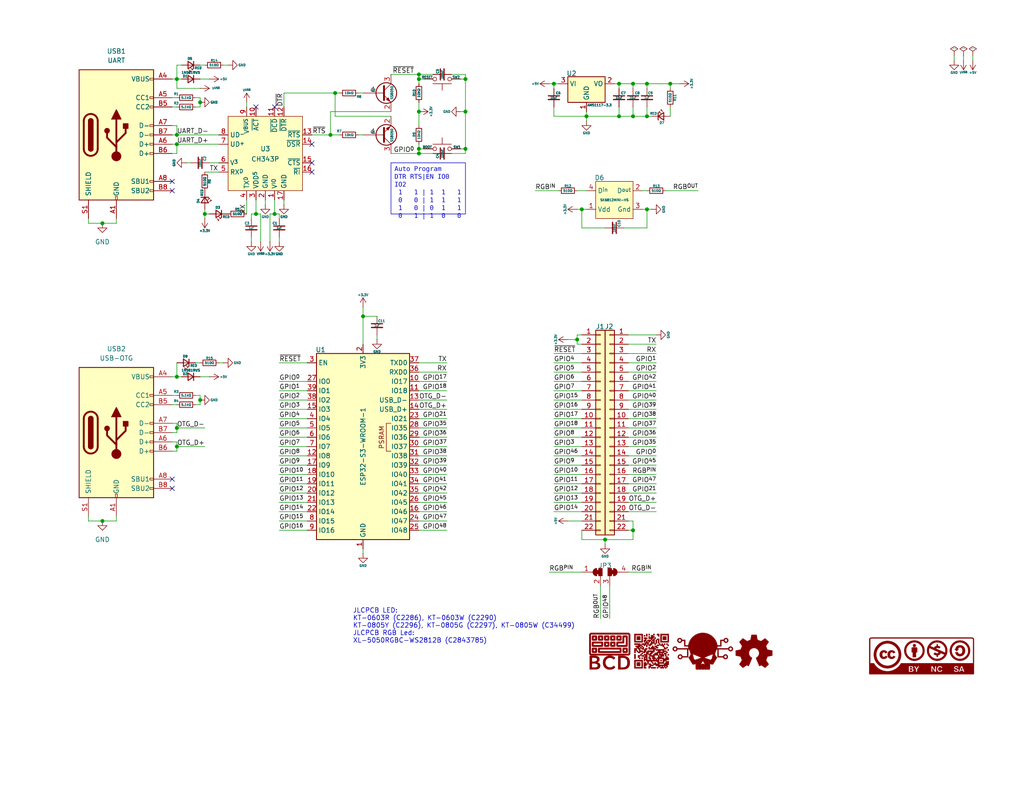
<source format=kicad_sch>
(kicad_sch (version 20231120) (generator "eeschema") (generator_version "8.0")
  (paper "USLetter")
  (title_block (title "BCD-S3-DevKitC-1") (date "2025-01-05") (rev "1.0") (company "Beaupré Circuit Design") (comment 1 "https://github.com/Beaupre-Circuit-Design"))
  (lib_symbols
    (symbol "BCD-S3-DevKitC-1-N16R8V:SolderJumper_4_Bridged12_34" (pin_names (offset 0) hide) (exclude_from_sim yes) (in_bom no)
      (property "Reference" "JP" (at -3.81 -2.54 0))
      (property "Value" "SolderJumper_4_Bridged12_34" (at -1.27 2.794 0))
      (symbol "SolderJumper_4_Bridged12_34_1_1"
        (pin passive line (at -6.35 0 0) (length 2.54) (name "A") (number "1"))
        (pin passive line (at -1.27 -3.81 90) (length 2.54) (name "C") (number "2"))
        (pin passive line (at 1.27 -3.81 90) (length 2.54) (name "D") (number "3"))
        (pin passive line (at 6.35 0 180) (length 2.54) (name "B") (number "4"))
      )
    )
    (symbol "BeaupreCircuitDesign:BCD_Logo" (pin_names (offset 1.016)))
    (symbol "BeaupreCircuitDesign:BDC_QR" (pin_names (offset 1.016)))
    (symbol "BeaupreCircuitDesign:OpenSource_Hardware" (pin_names (offset 1.016)))
    (symbol "BeaupreCircuitDesign:Skull" (pin_names (offset 1.016)))
    (symbol "Connector:USB_C_Receptacle_USB2.0_16P" (pin_names (offset 1.016))
      (property "Reference" "J" (at 0 22.225 0))
      (property "Value" "USB_C_Receptacle_USB2.0_16P" (at 0 19.685 0))
      (symbol "USB_C_Receptacle_USB2.0_16P_1_1"
        (pin passive line (at 0 -22.86 90) (length 5.08) (name "GND") (number "A1"))
        (pin passive line (at 0 -22.86 90) (length 5.08) hide (name "GND") (number "A12"))
        (pin passive line (at 15.24 15.24 180) (length 5.08) (name "VBUS") (number "A4"))
        (pin bidirectional line (at 15.24 10.16 180) (length 5.08) (name "CC1") (number "A5"))
        (pin bidirectional line (at 15.24 -2.54 180) (length 5.08) (name "D+") (number "A6"))
        (pin bidirectional line (at 15.24 2.54 180) (length 5.08) (name "D-") (number "A7"))
        (pin bidirectional line (at 15.24 -12.7 180) (length 5.08) (name "SBU1") (number "A8"))
        (pin passive line (at 15.24 15.24 180) (length 5.08) hide (name "VBUS") (number "A9"))
        (pin passive line (at 0 -22.86 90) (length 5.08) hide (name "GND") (number "B1"))
        (pin passive line (at 0 -22.86 90) (length 5.08) hide (name "GND") (number "B12"))
        (pin passive line (at 15.24 15.24 180) (length 5.08) hide (name "VBUS") (number "B4"))
        (pin bidirectional line (at 15.24 7.62 180) (length 5.08) (name "CC2") (number "B5"))
        (pin bidirectional line (at 15.24 -5.08 180) (length 5.08) (name "D+") (number "B6"))
        (pin bidirectional line (at 15.24 0 180) (length 5.08) (name "D-") (number "B7"))
        (pin bidirectional line (at 15.24 -15.24 180) (length 5.08) (name "SBU2") (number "B8"))
        (pin passive line (at 15.24 15.24 180) (length 5.08) hide (name "VBUS") (number "B9"))
        (pin passive line (at -7.62 -22.86 90) (length 5.08) (name "SHIELD") (number "S1"))
      )
    )
    (symbol "Connector_Generic:Conn_01x22" (pin_names (offset 1.016) hide)
      (property "Reference" "J" (at 0 27.94 0))
      (property "Value" "Conn_01x22" (at 0 -30.48 0))
      (symbol "Conn_01x22_1_1"
        (pin passive line (at -5.08 25.4 0) (length 3.81) (name "Pin_1") (number "1"))
        (pin passive line (at -5.08 2.54 0) (length 3.81) (name "Pin_10") (number "10"))
        (pin passive line (at -5.08 0 0) (length 3.81) (name "Pin_11") (number "11"))
        (pin passive line (at -5.08 -2.54 0) (length 3.81) (name "Pin_12") (number "12"))
        (pin passive line (at -5.08 -5.08 0) (length 3.81) (name "Pin_13") (number "13"))
        (pin passive line (at -5.08 -7.62 0) (length 3.81) (name "Pin_14") (number "14"))
        (pin passive line (at -5.08 -10.16 0) (length 3.81) (name "Pin_15") (number "15"))
        (pin passive line (at -5.08 -12.7 0) (length 3.81) (name "Pin_16") (number "16"))
        (pin passive line (at -5.08 -15.24 0) (length 3.81) (name "Pin_17") (number "17"))
        (pin passive line (at -5.08 -17.78 0) (length 3.81) (name "Pin_18") (number "18"))
        (pin passive line (at -5.08 -20.32 0) (length 3.81) (name "Pin_19") (number "19"))
        (pin passive line (at -5.08 22.86 0) (length 3.81) (name "Pin_2") (number "2"))
        (pin passive line (at -5.08 -22.86 0) (length 3.81) (name "Pin_20") (number "20"))
        (pin passive line (at -5.08 -25.4 0) (length 3.81) (name "Pin_21") (number "21"))
        (pin passive line (at -5.08 -27.94 0) (length 3.81) (name "Pin_22") (number "22"))
        (pin passive line (at -5.08 20.32 0) (length 3.81) (name "Pin_3") (number "3"))
        (pin passive line (at -5.08 17.78 0) (length 3.81) (name "Pin_4") (number "4"))
        (pin passive line (at -5.08 15.24 0) (length 3.81) (name "Pin_5") (number "5"))
        (pin passive line (at -5.08 12.7 0) (length 3.81) (name "Pin_6") (number "6"))
        (pin passive line (at -5.08 10.16 0) (length 3.81) (name "Pin_7") (number "7"))
        (pin passive line (at -5.08 7.62 0) (length 3.81) (name "Pin_8") (number "8"))
        (pin passive line (at -5.08 5.08 0) (length 3.81) (name "Pin_9") (number "9"))
      )
    )
    (symbol "CreativeCommons:CC-BY-NC-SA" (pin_names (offset 1.016)))
    (symbol "Device:C_Small" (pin_numbers hide) (pin_names (offset 0.254) hide)
      (property "Reference" "C" (at 0.254 1.778 0))
      (property "Value" "C_Small" (at 0.254 -2.032 0))
      (symbol "C_Small_1_1"
        (pin passive line (at 0 2.54 270) (length 2.032) (name "~") (number "1"))
        (pin passive line (at 0 -2.54 90) (length 2.032) (name "~") (number "2"))
      )
    )
    (symbol "Device:D_Small" (pin_numbers hide) (pin_names (offset 0.254) hide)
      (property "Reference" "D" (at -1.27 2.032 0))
      (property "Value" "D_Small" (at -3.81 -2.032 0))
      (symbol "D_Small_1_1"
        (pin passive line (at -2.54 0 0) (length 1.778) (name "K") (number "1"))
        (pin passive line (at 2.54 0 180) (length 1.778) (name "A") (number "2"))
      )
    )
    (symbol "Device:LED_Small" (pin_numbers hide) (pin_names (offset 0.254) hide)
      (property "Reference" "D" (at -1.27 3.175 0))
      (property "Value" "LED_Small" (at -4.445 -2.54 0))
      (symbol "LED_Small_1_1"
        (pin passive line (at -2.54 0 0) (length 1.778) (name "K") (number "1"))
        (pin passive line (at 2.54 0 180) (length 1.778) (name "A") (number "2"))
      )
    )
    (symbol "Device:R_Small" (pin_numbers hide) (pin_names (offset 0.254) hide)
      (property "Reference" "R" (at 0.762 0.508 0))
      (property "Value" "R_Small" (at 0.762 -1.016 0))
      (symbol "R_Small_1_1"
        (pin passive line (at 0 2.54 270) (length 0.762) (name "~") (number "1"))
        (pin passive line (at 0 -2.54 90) (length 0.762) (name "~") (number "2"))
      )
    )
    (symbol "OPSCO_Optoelectronics:SK6812MINI-HS"
      (property "Reference" "D" (at 0 8.89 0))
      (property "Value" "SK6812MINI-HS" (at 0 6.35 0))
      (symbol "SK6812MINI-HS_1_1"
        (pin power_in line (at -7.62 -2.54 0) (length 2.54) (name "Vdd") (number "1"))
        (pin output line (at 7.62 2.54 180) (length 2.54) (name "D^{out}") (number "2"))
        (pin power_in line (at 7.62 -2.54 180) (length 2.54) (name "Gnd") (number "3"))
        (pin input line (at -7.62 2.54 0) (length 2.54) (name "D^{in}") (number "4"))
      )
    )
    (symbol "RF_Module:ESP32-S3-WROOM-1"
      (property "Reference" "U" (at -12.7 26.67 0))
      (property "Value" "ESP32-S3-WROOM-1" (at 12.7 26.67 0))
      (symbol "ESP32-S3-WROOM-1_0_0"
        (text "PSRAM" (at 5.08 2.54 900) (effects (font (size 1.27 1.27))))
      )
      (symbol "ESP32-S3-WROOM-1_1_1"
        (pin power_in line (at 0 -27.94 90) (length 2.54) (name "GND") (number "1"))
        (pin bidirectional line (at 15.24 17.78 180) (length 2.54) (name "IO17") (number "10"))
        (pin bidirectional line (at 15.24 15.24 180) (length 2.54) (name "IO18") (number "11"))
        (pin bidirectional line (at -15.24 -2.54 0) (length 2.54) (name "IO8") (number "12"))
        (pin bidirectional line (at 15.24 12.7 180) (length 2.54) (name "USB_D-") (number "13"))
        (pin bidirectional line (at 15.24 10.16 180) (length 2.54) (name "USB_D+") (number "14"))
        (pin bidirectional line (at -15.24 10.16 0) (length 2.54) (name "IO3") (number "15"))
        (pin bidirectional line (at 15.24 -17.78 180) (length 2.54) (name "IO46") (number "16"))
        (pin bidirectional line (at -15.24 -5.08 0) (length 2.54) (name "IO9") (number "17"))
        (pin bidirectional line (at -15.24 -7.62 0) (length 2.54) (name "IO10") (number "18"))
        (pin bidirectional line (at -15.24 -10.16 0) (length 2.54) (name "IO11") (number "19"))
        (pin power_in line (at 0 27.94 270) (length 2.54) (name "3V3") (number "2"))
        (pin bidirectional line (at -15.24 -12.7 0) (length 2.54) (name "IO12") (number "20"))
        (pin bidirectional line (at -15.24 -15.24 0) (length 2.54) (name "IO13") (number "21"))
        (pin bidirectional line (at -15.24 -17.78 0) (length 2.54) (name "IO14") (number "22"))
        (pin bidirectional line (at 15.24 7.62 180) (length 2.54) (name "IO21") (number "23"))
        (pin bidirectional line (at 15.24 -20.32 180) (length 2.54) (name "IO47") (number "24"))
        (pin bidirectional line (at 15.24 -22.86 180) (length 2.54) (name "IO48") (number "25"))
        (pin bidirectional line (at 15.24 -15.24 180) (length 2.54) (name "IO45") (number "26"))
        (pin bidirectional line (at -15.24 17.78 0) (length 2.54) (name "IO0") (number "27"))
        (pin bidirectional line (at 15.24 5.08 180) (length 2.54) (name "IO35") (number "28"))
        (pin bidirectional line (at 15.24 2.54 180) (length 2.54) (name "IO36") (number "29"))
        (pin input line (at -15.24 22.86 0) (length 2.54) (name "EN") (number "3"))
        (pin bidirectional line (at 15.24 0 180) (length 2.54) (name "IO37") (number "30"))
        (pin bidirectional line (at 15.24 -2.54 180) (length 2.54) (name "IO38") (number "31"))
        (pin bidirectional line (at 15.24 -5.08 180) (length 2.54) (name "IO39") (number "32"))
        (pin bidirectional line (at 15.24 -7.62 180) (length 2.54) (name "IO40") (number "33"))
        (pin bidirectional line (at 15.24 -10.16 180) (length 2.54) (name "IO41") (number "34"))
        (pin bidirectional line (at 15.24 -12.7 180) (length 2.54) (name "IO42") (number "35"))
        (pin bidirectional line (at 15.24 20.32 180) (length 2.54) (name "RXD0") (number "36"))
        (pin bidirectional line (at 15.24 22.86 180) (length 2.54) (name "TXD0") (number "37"))
        (pin bidirectional line (at -15.24 12.7 0) (length 2.54) (name "IO2") (number "38"))
        (pin bidirectional line (at -15.24 15.24 0) (length 2.54) (name "IO1") (number "39"))
        (pin bidirectional line (at -15.24 7.62 0) (length 2.54) (name "IO4") (number "4"))
        (pin passive line (at 0 -27.94 90) (length 2.54) hide (name "GND") (number "40"))
        (pin passive line (at 0 -27.94 90) (length 2.54) hide (name "GND") (number "41"))
        (pin bidirectional line (at -15.24 5.08 0) (length 2.54) (name "IO5") (number "5"))
        (pin bidirectional line (at -15.24 2.54 0) (length 2.54) (name "IO6") (number "6"))
        (pin bidirectional line (at -15.24 0 0) (length 2.54) (name "IO7") (number "7"))
        (pin bidirectional line (at -15.24 -20.32 0) (length 2.54) (name "IO15") (number "8"))
        (pin bidirectional line (at -15.24 -22.86 0) (length 2.54) (name "IO16") (number "9"))
      )
    )
    (symbol "Regulator_Linear:AMS1117-3.3"
      (property "Reference" "U" (at -3.81 3.175 0))
      (property "Value" "AMS1117-3.3" (at 0 3.175 0))
      (symbol "AMS1117-3.3_1_1"
        (pin power_in line (at 0 -7.62 90) (length 2.54) (name "GND") (number "1"))
        (pin power_out line (at 7.62 0 180) (length 2.54) (name "VO") (number "2"))
        (pin power_in line (at -7.62 0 0) (length 2.54) (name "VI") (number "3"))
      )
    )
    (symbol "Switch:SW_Push" (pin_numbers hide) (pin_names (offset 1.016) hide)
      (property "Reference" "SW" (at 1.27 2.54 0))
      (property "Value" "SW_Push" (at 0 -1.524 0))
      (symbol "SW_Push_0_1"
        (pin passive line (at -5.08 0 0) (length 2.54) (name "1") (number "1"))
        (pin passive line (at 5.08 0 180) (length 2.54) (name "2") (number "2"))
      )
    )
    (symbol "Transistor_BJT:SS8050" (pin_names (offset 0) hide)
      (property "Reference" "Q" (at 5.08 1.905 0))
      (property "Value" "SS8050" (at 5.08 0 0))
      (symbol "SS8050_1_1"
        (pin input line (at -5.08 0 0) (length 5.715) (name "B") (number "1"))
        (pin passive line (at 2.54 -5.08 90) (length 2.54) (name "E") (number "2"))
        (pin passive line (at 2.54 5.08 270) (length 2.54) (name "C") (number "3"))
      )
    )
    (symbol "WCH(Jiangsu_Qin_Heng):CH343P"
      (property "Reference" "U" (at 0 1.27 0))
      (property "Value" "CH343P" (at 0 -1.27 0))
      (symbol "CH343P_1_1"
        (pin power_in line (at -2.54 -12.7 90) (length 2.54) (name "V^{IO}") (number "1"))
        (pin output line (at 2.54 12.7 270) (length 2.54) (name "~{ACT}") (number "10"))
        (pin input line (at -2.54 12.7 270) (length 2.54) (name "~{DCD}") (number "11"))
        (pin output line (at -5.08 12.7 270) (length 2.54) (name "~{DTR}") (number "12"))
        (pin output line (at -12.7 5.08 0) (length 2.54) (name "~{RTS}") (number "13"))
        (pin input line (at -12.7 2.54 0) (length 2.54) (name "~{DSR}") (number "14"))
        (pin input line (at -12.7 -2.54 0) (length 2.54) (name "~{CTS}") (number "15"))
        (pin input line (at -12.7 -5.08 0) (length 2.54) (name "~{RI}") (number "16"))
        (pin power_in line (at -5.08 -12.7 90) (length 2.54) (name "GND") (number "17"))
        (pin power_in line (at 0 -12.7 90) (length 2.54) (name "GND") (number "2"))
        (pin power_in line (at 2.54 -12.7 90) (length 2.54) (name "VDD^{5}") (number "3"))
        (pin output line (at 5.08 -12.7 90) (length 2.54) (name "TX^{D}") (number "4"))
        (pin input line (at 12.7 -5.08 180) (length 2.54) (name "RX^{D}") (number "5"))
        (pin power_out line (at 12.7 -2.54 180) (length 2.54) (name "V^{3}") (number "6"))
        (pin bidirectional line (at 12.7 2.54 180) (length 2.54) (name "UD^{+}") (number "7"))
        (pin bidirectional line (at 12.7 5.08 180) (length 2.54) (name "UD^{-}") (number "8"))
        (pin passive line (at 5.08 12.7 270) (length 2.54) (name "V^{BUS}") (number "9"))
      )
    )
    (symbol "power:+3.3V" (power) (pin_numbers hide) (pin_names (offset 0) hide)
      (property "Value" "+3.3V" (at 0 3.556 0))
      (symbol "+3.3V_1_1"
        (pin power_in line (at 0 0 90) (length 0) (name "~") (number "1"))
      )
    )
    (symbol "power:+5V" (power) (pin_numbers hide) (pin_names (offset 0) hide)
      (property "Value" "+5V" (at 0 3.556 0))
      (symbol "+5V_1_1"
        (pin power_in line (at 0 0 90) (length 0) (name "~") (number "1"))
      )
    )
    (symbol "power:GND" (power) (pin_numbers hide) (pin_names (offset 0) hide)
      (property "Value" "GND" (at 0 -3.81 0))
      (symbol "GND_1_1"
        (pin power_in line (at 0 0 270) (length 0) (name "~") (number "1"))
      )
    )
    (symbol "power:PWR_FLAG" (power) (pin_numbers hide) (pin_names (offset 0) hide)
      (property "Value" "PWR_FLAG" (at 0 3.81 0))
      (symbol "PWR_FLAG_0_0"
        (pin power_out line (at 0 0 90) (length 0) (name "~") (number "1"))
      )
    )
    (symbol "power:VBUS" (power) (pin_numbers hide) (pin_names (offset 0) hide)
      (property "Value" "VBUS" (at 0 3.556 0))
      (symbol "VBUS_1_1"
        (pin power_in line (at 0 0 90) (length 0) (name "~") (number "1"))
      )
    )
  )
  (junction (at 127 21.59))
  (junction (at 55.88 58.42))
  (junction (at 172.72 22.86))
  (junction (at 74.93 58.42))
  (junction (at 168.91 22.86))
  (junction (at 114.3 30.48))
  (junction (at 182.88 22.86))
  (junction (at 48.26 36.83))
  (junction (at 168.91 31.75))
  (junction (at 27.94 60.96))
  (junction (at 48.26 39.37))
  (junction (at 27.94 142.24))
  (junction (at 176.53 22.86))
  (junction (at 172.72 31.75))
  (junction (at 176.53 31.75))
  (junction (at 114.3 41.91))
  (junction (at 91.44 25.4))
  (junction (at 127 30.48))
  (junction (at 48.26 21.59))
  (junction (at 54.61 27.94))
  (junction (at 151.13 22.86))
  (junction (at 99.06 86.36))
  (junction (at 54.61 109.22))
  (junction (at 48.26 116.84))
  (junction (at 114.3 20.32))
  (junction (at 157.48 92.71))
  (junction (at 114.3 21.59))
  (junction (at 158.75 57.15))
  (junction (at 114.3 40.64))
  (junction (at 48.26 102.87))
  (junction (at 176.53 57.15))
  (junction (at 90.17 36.83))
  (junction (at 160.02 31.75))
  (junction (at 165.1 147.32))
  (junction (at 48.26 121.92))
  (junction (at 172.72 144.78))
  (junction (at 127 40.64))
  (junction (at 69.85 58.42))
  (no_connect (at 85.09 46.99))
  (no_connect (at 46.99 133.35))
  (no_connect (at 74.93 29.21))
  (no_connect (at 46.99 52.07))
  (no_connect (at 85.09 44.45))
  (no_connect (at 46.99 49.53))
  (no_connect (at 46.99 130.81))
  (no_connect (at 69.85 29.21))
  (no_connect (at 85.09 39.37))
  (wire (pts (xy 68.58 64.77) (xy 68.58 66.04)))
  (wire (pts (xy 71.12 66.04) (xy 71.12 58.42)))
  (wire (pts (xy 59.69 46.99) (xy 55.88 46.99)))
  (wire (pts (xy 48.26 120.65) (xy 48.26 121.92)))
  (wire (pts (xy 171.45 111.76) (xy 179.07 111.76)))
  (wire (pts (xy 151.13 22.86) (xy 151.13 24.13)))
  (wire (pts (xy 170.18 62.23) (xy 176.53 62.23)))
  (wire (pts (xy 171.45 121.92) (xy 179.07 121.92)))
  (wire (pts (xy 48.26 17.78) (xy 49.53 17.78)))
  (wire (pts (xy 171.45 137.16) (xy 179.07 137.16)))
  (wire (pts (xy 59.69 44.45) (xy 57.15 44.45)))
  (wire (pts (xy 154.94 92.71) (xy 157.48 92.71)))
  (wire (pts (xy 151.13 96.52) (xy 158.75 96.52)))
  (wire (pts (xy 53.34 29.21) (xy 54.61 29.21)))
  (wire (pts (xy 77.47 25.4) (xy 77.47 29.21)))
  (wire (pts (xy 114.3 121.92) (xy 121.92 121.92)))
  (wire (pts (xy 181.61 52.07) (xy 190.5 52.07)))
  (wire (pts (xy 151.13 116.84) (xy 158.75 116.84)))
  (wire (pts (xy 151.13 124.46) (xy 158.75 124.46)))
  (wire (pts (xy 176.53 57.15) (xy 177.8 57.15)))
  (wire (pts (xy 182.88 22.86) (xy 185.42 22.86)))
  (wire (pts (xy 171.45 132.08) (xy 179.07 132.08)))
  (wire (pts (xy 48.26 24.13) (xy 48.26 21.59)))
  (wire (pts (xy 171.45 109.22) (xy 179.07 109.22)))
  (wire (pts (xy 175.26 52.07) (xy 176.53 52.07)))
  (wire (pts (xy 265.43 15.24) (xy 265.43 16.51)))
  (wire (pts (xy 76.2 116.84) (xy 83.82 116.84)))
  (wire (pts (xy 151.13 129.54) (xy 158.75 129.54)))
  (wire (pts (xy 157.48 57.15) (xy 158.75 57.15)))
  (wire (pts (xy 168.91 29.21) (xy 168.91 31.75)))
  (wire (pts (xy 99.06 86.36) (xy 99.06 93.98)))
  (wire (pts (xy 171.45 106.68) (xy 179.07 106.68)))
  (wire (pts (xy 24.13 60.96) (xy 27.94 60.96)))
  (wire (pts (xy 31.75 59.69) (xy 31.75 60.96)))
  (wire (pts (xy 165.1 147.32) (xy 158.75 147.32)))
  (wire (pts (xy 53.34 107.95) (xy 54.61 107.95)))
  (wire (pts (xy 171.45 114.3) (xy 179.07 114.3)))
  (wire (pts (xy 49.53 21.59) (xy 48.26 21.59)))
  (wire (pts (xy 85.09 36.83) (xy 90.17 36.83)))
  (wire (pts (xy 262.89 15.24) (xy 262.89 16.51)))
  (wire (pts (xy 115.57 40.64) (xy 114.3 40.64)))
  (wire (pts (xy 46.99 102.87) (xy 48.26 102.87)))
  (wire (pts (xy 171.45 93.98) (xy 179.07 93.98)))
  (wire (pts (xy 67.31 54.61) (xy 67.31 58.42)))
  (wire (pts (xy 114.3 109.22) (xy 121.92 109.22)))
  (wire (pts (xy 48.26 115.57) (xy 48.26 116.84)))
  (wire (pts (xy 102.87 91.44) (xy 102.87 92.71)))
  (wire (pts (xy 46.99 39.37) (xy 48.26 39.37)))
  (wire (pts (xy 151.13 31.75) (xy 160.02 31.75)))
  (wire (pts (xy 54.61 29.21) (xy 54.61 27.94)))
  (wire (pts (xy 99.06 83.82) (xy 99.06 86.36)))
  (wire (pts (xy 127 30.48) (xy 125.73 30.48)))
  (wire (pts (xy 46.99 34.29) (xy 48.26 34.29)))
  (wire (pts (xy 48.26 121.92) (xy 55.88 121.92)))
  (wire (pts (xy 114.3 27.94) (xy 114.3 30.48)))
  (wire (pts (xy 54.61 109.22) (xy 54.61 107.95)))
  (wire (pts (xy 76.2 64.77) (xy 76.2 66.04)))
  (wire (pts (xy 48.26 116.84) (xy 48.26 118.11)))
  (wire (pts (xy 76.2 132.08) (xy 83.82 132.08)))
  (wire (pts (xy 157.48 52.07) (xy 160.02 52.07)))
  (wire (pts (xy 106.68 41.91) (xy 114.3 41.91)))
  (wire (pts (xy 48.26 39.37) (xy 59.69 39.37)))
  (wire (pts (xy 171.45 142.24) (xy 172.72 142.24)))
  (wire (pts (xy 114.3 39.37) (xy 114.3 40.64)))
  (wire (pts (xy 114.3 20.32) (xy 118.11 20.32)))
  (wire (pts (xy 172.72 147.32) (xy 165.1 147.32)))
  (wire (pts (xy 76.2 99.06) (xy 83.82 99.06)))
  (wire (pts (xy 151.13 137.16) (xy 158.75 137.16)))
  (wire (pts (xy 97.79 25.4) (xy 99.06 25.4)))
  (wire (pts (xy 149.86 22.86) (xy 151.13 22.86)))
  (wire (pts (xy 151.13 109.22) (xy 158.75 109.22)))
  (wire (pts (xy 54.61 102.87) (xy 57.15 102.87)))
  (wire (pts (xy 171.45 134.62) (xy 179.07 134.62)))
  (wire (pts (xy 55.88 58.42) (xy 55.88 59.69)))
  (wire (pts (xy 69.85 54.61) (xy 69.85 58.42)))
  (wire (pts (xy 53.34 99.06) (xy 54.61 99.06)))
  (wire (pts (xy 46.99 107.95) (xy 48.26 107.95)))
  (wire (pts (xy 146.05 52.07) (xy 152.4 52.07)))
  (wire (pts (xy 73.66 66.04) (xy 73.66 58.42)))
  (wire (pts (xy 48.26 99.06) (xy 48.26 102.87)))
  (wire (pts (xy 171.45 127) (xy 179.07 127)))
  (wire (pts (xy 172.72 144.78) (xy 172.72 147.32)))
  (wire (pts (xy 114.3 137.16) (xy 121.92 137.16)))
  (wire (pts (xy 60.96 17.78) (xy 62.23 17.78)))
  (wire (pts (xy 48.26 116.84) (xy 55.88 116.84)))
  (wire (pts (xy 114.3 41.91) (xy 114.3 40.64)))
  (wire (pts (xy 157.48 91.44) (xy 158.75 91.44)))
  (wire (pts (xy 48.26 123.19) (xy 46.99 123.19)))
  (wire (pts (xy 99.06 86.36) (xy 102.87 86.36)))
  (wire (pts (xy 172.72 31.75) (xy 176.53 31.75)))
  (wire (pts (xy 149.86 156.21) (xy 158.75 156.21)))
  (wire (pts (xy 157.48 93.98) (xy 157.48 92.71)))
  (wire (pts (xy 114.3 21.59) (xy 114.3 22.86)))
  (wire (pts (xy 46.99 115.57) (xy 48.26 115.57)))
  (wire (pts (xy 151.13 99.06) (xy 158.75 99.06)))
  (wire (pts (xy 48.26 36.83) (xy 46.99 36.83)))
  (wire (pts (xy 76.2 104.14) (xy 83.82 104.14)))
  (wire (pts (xy 158.75 57.15) (xy 158.75 62.23)))
  (wire (pts (xy 76.2 127) (xy 83.82 127)))
  (wire (pts (xy 114.3 119.38) (xy 121.92 119.38)))
  (wire (pts (xy 106.68 20.32) (xy 114.3 20.32)))
  (wire (pts (xy 172.72 22.86) (xy 176.53 22.86)))
  (wire (pts (xy 76.2 121.92) (xy 83.82 121.92)))
  (wire (pts (xy 48.26 21.59) (xy 48.26 17.78)))
  (wire (pts (xy 68.58 58.42) (xy 68.58 59.69)))
  (wire (pts (xy 55.88 57.15) (xy 55.88 58.42)))
  (wire (pts (xy 27.94 60.96) (xy 31.75 60.96)))
  (wire (pts (xy 171.45 101.6) (xy 179.07 101.6)))
  (wire (pts (xy 175.26 57.15) (xy 176.53 57.15)))
  (wire (pts (xy 76.2 144.78) (xy 83.82 144.78)))
  (wire (pts (xy 171.45 129.54) (xy 179.07 129.54)))
  (wire (pts (xy 114.3 116.84) (xy 121.92 116.84)))
  (wire (pts (xy 182.88 22.86) (xy 182.88 24.13)))
  (wire (pts (xy 171.45 91.44) (xy 179.07 91.44)))
  (wire (pts (xy 176.53 62.23) (xy 176.53 57.15)))
  (wire (pts (xy 152.4 22.86) (xy 151.13 22.86)))
  (wire (pts (xy 46.99 21.59) (xy 48.26 21.59)))
  (wire (pts (xy 54.61 110.49) (xy 54.61 109.22)))
  (wire (pts (xy 77.47 25.4) (xy 91.44 25.4)))
  (wire (pts (xy 76.2 106.68) (xy 83.82 106.68)))
  (wire (pts (xy 125.73 21.59) (xy 127 21.59)))
  (wire (pts (xy 54.61 17.78) (xy 55.88 17.78)))
  (wire (pts (xy 73.66 58.42) (xy 74.93 58.42)))
  (wire (pts (xy 77.47 54.61) (xy 77.47 55.88)))
  (wire (pts (xy 168.91 22.86) (xy 168.91 24.13)))
  (wire (pts (xy 151.13 29.21) (xy 151.13 31.75)))
  (wire (pts (xy 168.91 22.86) (xy 172.72 22.86)))
  (wire (pts (xy 24.13 140.97) (xy 24.13 142.24)))
  (wire (pts (xy 127 20.32) (xy 123.19 20.32)))
  (wire (pts (xy 172.72 22.86) (xy 172.72 24.13)))
  (wire (pts (xy 165.1 62.23) (xy 158.75 62.23)))
  (wire (pts (xy 91.44 31.75) (xy 91.44 25.4)))
  (wire (pts (xy 166.37 160.02) (xy 166.37 168.91)))
  (wire (pts (xy 76.2 139.7) (xy 83.82 139.7)))
  (wire (pts (xy 114.3 139.7) (xy 121.92 139.7)))
  (wire (pts (xy 76.2 142.24) (xy 83.82 142.24)))
  (wire (pts (xy 151.13 127) (xy 158.75 127)))
  (wire (pts (xy 71.12 58.42) (xy 69.85 58.42)))
  (wire (pts (xy 52.07 44.45) (xy 50.8 44.45)))
  (wire (pts (xy 106.68 30.48) (xy 90.17 30.48)))
  (wire (pts (xy 76.2 58.42) (xy 76.2 59.69)))
  (wire (pts (xy 114.3 124.46) (xy 121.92 124.46)))
  (wire (pts (xy 114.3 142.24) (xy 121.92 142.24)))
  (wire (pts (xy 154.94 142.24) (xy 158.75 142.24)))
  (wire (pts (xy 76.2 134.62) (xy 83.82 134.62)))
  (wire (pts (xy 168.91 31.75) (xy 172.72 31.75)))
  (wire (pts (xy 48.26 102.87) (xy 49.53 102.87)))
  (wire (pts (xy 76.2 114.3) (xy 83.82 114.3)))
  (wire (pts (xy 171.45 96.52) (xy 179.07 96.52)))
  (wire (pts (xy 171.45 124.46) (xy 179.07 124.46)))
  (wire (pts (xy 127 30.48) (xy 127 40.64)))
  (wire (pts (xy 46.99 120.65) (xy 48.26 120.65)))
  (wire (pts (xy 160.02 31.75) (xy 160.02 30.48)))
  (wire (pts (xy 90.17 30.48) (xy 90.17 36.83)))
  (wire (pts (xy 76.2 111.76) (xy 83.82 111.76)))
  (wire (pts (xy 48.26 34.29) (xy 48.26 36.83)))
  (wire (pts (xy 151.13 111.76) (xy 158.75 111.76)))
  (wire (pts (xy 151.13 139.7) (xy 158.75 139.7)))
  (wire (pts (xy 114.3 99.06) (xy 121.92 99.06)))
  (wire (pts (xy 158.75 93.98) (xy 157.48 93.98)))
  (wire (pts (xy 171.45 119.38) (xy 179.07 119.38)))
  (wire (pts (xy 151.13 104.14) (xy 158.75 104.14)))
  (wire (pts (xy 114.3 106.68) (xy 121.92 106.68)))
  (wire (pts (xy 53.34 26.67) (xy 54.61 26.67)))
  (wire (pts (xy 151.13 114.3) (xy 158.75 114.3)))
  (wire (pts (xy 48.26 118.11) (xy 46.99 118.11)))
  (wire (pts (xy 76.2 124.46) (xy 83.82 124.46)))
  (wire (pts (xy 167.64 22.86) (xy 168.91 22.86)))
  (wire (pts (xy 176.53 29.21) (xy 176.53 31.75)))
  (wire (pts (xy 48.26 41.91) (xy 46.99 41.91)))
  (wire (pts (xy 59.69 99.06) (xy 60.96 99.06)))
  (wire (pts (xy 24.13 142.24) (xy 27.94 142.24)))
  (wire (pts (xy 151.13 119.38) (xy 158.75 119.38)))
  (wire (pts (xy 46.99 29.21) (xy 48.26 29.21)))
  (wire (pts (xy 114.3 104.14) (xy 121.92 104.14)))
  (wire (pts (xy 72.39 54.61) (xy 72.39 55.88)))
  (wire (pts (xy 171.45 156.21) (xy 177.8 156.21)))
  (wire (pts (xy 91.44 25.4) (xy 92.71 25.4)))
  (wire (pts (xy 151.13 132.08) (xy 158.75 132.08)))
  (wire (pts (xy 163.83 160.02) (xy 163.83 168.91)))
  (wire (pts (xy 76.2 119.38) (xy 83.82 119.38)))
  (wire (pts (xy 106.68 31.75) (xy 91.44 31.75)))
  (wire (pts (xy 172.72 144.78) (xy 171.45 144.78)))
  (wire (pts (xy 54.61 24.13) (xy 48.26 24.13)))
  (wire (pts (xy 172.72 29.21) (xy 172.72 31.75)))
  (wire (pts (xy 69.85 58.42) (xy 68.58 58.42)))
  (wire (pts (xy 48.26 121.92) (xy 48.26 123.19)))
  (wire (pts (xy 48.26 39.37) (xy 48.26 41.91)))
  (wire (pts (xy 176.53 31.75) (xy 177.8 31.75)))
  (wire (pts (xy 114.3 101.6) (xy 121.92 101.6)))
  (wire (pts (xy 114.3 127) (xy 121.92 127)))
  (wire (pts (xy 127 21.59) (xy 127 30.48)))
  (wire (pts (xy 76.2 129.54) (xy 83.82 129.54)))
  (wire (pts (xy 182.88 29.21) (xy 182.88 31.75)))
  (wire (pts (xy 125.73 40.64) (xy 127 40.64)))
  (wire (pts (xy 171.45 99.06) (xy 179.07 99.06)))
  (wire (pts (xy 90.17 36.83) (xy 92.71 36.83)))
  (wire (pts (xy 97.79 36.83) (xy 99.06 36.83)))
  (wire (pts (xy 151.13 121.92) (xy 158.75 121.92)))
  (wire (pts (xy 74.93 54.61) (xy 74.93 58.42)))
  (wire (pts (xy 24.13 59.69) (xy 24.13 60.96)))
  (wire (pts (xy 114.3 144.78) (xy 121.92 144.78)))
  (wire (pts (xy 171.45 104.14) (xy 179.07 104.14)))
  (wire (pts (xy 157.48 92.71) (xy 157.48 91.44)))
  (wire (pts (xy 57.15 58.42) (xy 55.88 58.42)))
  (wire (pts (xy 158.75 144.78) (xy 158.75 147.32)))
  (wire (pts (xy 114.3 114.3) (xy 121.92 114.3)))
  (wire (pts (xy 151.13 106.68) (xy 158.75 106.68)))
  (wire (pts (xy 171.45 116.84) (xy 179.07 116.84)))
  (wire (pts (xy 151.13 134.62) (xy 158.75 134.62)))
  (wire (pts (xy 127 40.64) (xy 127 41.91)))
  (wire (pts (xy 118.11 41.91) (xy 114.3 41.91)))
  (wire (pts (xy 127 41.91) (xy 123.19 41.91)))
  (wire (pts (xy 27.94 142.24) (xy 31.75 142.24)))
  (wire (pts (xy 74.93 58.42) (xy 76.2 58.42)))
  (wire (pts (xy 54.61 21.59) (xy 57.15 21.59)))
  (wire (pts (xy 151.13 101.6) (xy 158.75 101.6)))
  (wire (pts (xy 171.45 139.7) (xy 179.07 139.7)))
  (wire (pts (xy 46.99 110.49) (xy 48.26 110.49)))
  (wire (pts (xy 114.3 129.54) (xy 121.92 129.54)))
  (wire (pts (xy 160.02 31.75) (xy 160.02 33.02)))
  (wire (pts (xy 165.1 148.59) (xy 165.1 147.32)))
  (wire (pts (xy 127 20.32) (xy 127 21.59)))
  (wire (pts (xy 176.53 22.86) (xy 176.53 24.13)))
  (wire (pts (xy 172.72 142.24) (xy 172.72 144.78)))
  (wire (pts (xy 99.06 149.86) (xy 99.06 151.13)))
  (wire (pts (xy 53.34 110.49) (xy 54.61 110.49)))
  (wire (pts (xy 48.26 36.83) (xy 59.69 36.83)))
  (wire (pts (xy 46.99 26.67) (xy 48.26 26.67)))
  (wire (pts (xy 115.57 21.59) (xy 114.3 21.59)))
  (wire (pts (xy 54.61 27.94) (xy 54.61 26.67)))
  (wire (pts (xy 114.3 132.08) (xy 121.92 132.08)))
  (wire (pts (xy 76.2 109.22) (xy 83.82 109.22)))
  (wire (pts (xy 114.3 134.62) (xy 121.92 134.62)))
  (wire (pts (xy 176.53 22.86) (xy 182.88 22.86)))
  (wire (pts (xy 260.35 15.24) (xy 260.35 16.51)))
  (wire (pts (xy 67.31 27.94) (xy 67.31 29.21)))
  (wire (pts (xy 114.3 21.59) (xy 114.3 20.32)))
  (wire (pts (xy 76.2 137.16) (xy 83.82 137.16)))
  (wire (pts (xy 158.75 57.15) (xy 160.02 57.15)))
  (wire (pts (xy 168.91 31.75) (xy 160.02 31.75)))
  (wire (pts (xy 114.3 111.76) (xy 121.92 111.76)))
  (wire (pts (xy 31.75 140.97) (xy 31.75 142.24)))
  (wire (pts (xy 114.3 30.48) (xy 114.3 34.29)))
  (text_box "Auto Program\nDTR RTS|EN IO0 IO2\n 1   1 | 1  1   1\n 0   0 | 1  1   1\n 1   0 | 0  1   1\n 0   1 | 1  0   0" (at 106.68 44.45 0) (size 20.32 13.97) (fill (type color)) (effects (font (size 1.27 1.27)) (justify left top)))
  (text "JLCPCB LED:\nKT-0603R (C2286), KT-0603W (C2290)\nKT-0805Y (C2296), KT-0805G (C2297), KT-0805W (C34499)\nJLCPCB RGB Led:\nXL-5050RGBC-WS2812B (C2843785)\n\n" (at 96.266 171.958 0) (effects (font (size 1.27 1.27)) (justify left)))
  (label "GPIO^{35}" (at 121.92 116.84 180))
  (label "RX" (at 179.07 96.52 180))
  (label "GPIO^{42}" (at 121.92 134.62 180))
  (label "RGB^{OUT}" (at 190.5 52.07 180))
  (label "GPIO^{46}" (at 151.13 124.46 0))
  (label "GPIO^{4}" (at 76.2 114.3 0))
  (label "RGB^{OUT}" (at 163.83 168.91 90))
  (label "GPIO^{5}" (at 151.13 101.6 0))
  (label "GPIO^{45}" (at 179.07 127 180))
  (label "GPIO^{13}" (at 76.2 137.16 0))
  (label "GPIO^{5}" (at 76.2 116.84 0))
  (label "GPIO^{14}" (at 76.2 139.7 0))
  (label "OTG_D-" (at 121.92 109.22 180))
  (label "~{RTS}" (at 88.9 36.83 180))
  (label "TX" (at 121.92 99.06 180))
  (label "GPIO^{15}" (at 76.2 142.24 0))
  (label "GPIO^{7}" (at 151.13 106.68 0))
  (label "TX" (at 57.15 46.99 0))
  (label "GPIO^{17}" (at 151.13 114.3 0))
  (label "GPIO^{21}" (at 121.92 114.3 180))
  (label "RGB^{PIN}" (at 179.07 129.54 180))
  (label "GPIO^{38}" (at 179.07 114.3 180))
  (label "GPIO^{35}" (at 179.07 121.92 180))
  (label "GPIO^{9}" (at 76.2 127 0))
  (label "GPIO^{1}" (at 76.2 106.68 0))
  (label "GPIO^{4}" (at 151.13 99.06 0))
  (label "TX" (at 179.07 93.98 180))
  (label "GPIO^{37}" (at 179.07 116.84 180))
  (label "GPIO^{39}" (at 179.07 111.76 180))
  (label "GPIO^{8}" (at 151.13 119.38 0))
  (label "GPIO^{38}" (at 121.92 124.46 180))
  (label "GPIO^{3}" (at 76.2 111.76 0))
  (label "GPIO^{1}" (at 179.07 99.06 180))
  (label "GPIO^{9}" (at 151.13 127 0))
  (label "UART_D+" (at 48.26 39.37 0))
  (label "OTG_D+" (at 179.07 137.16 180))
  (label "GPIO^{2}" (at 179.07 101.6 180))
  (label "GPIO^{41}" (at 179.07 106.68 180))
  (label "GPIO^{40}" (at 179.07 109.22 180))
  (label "GPIO^{0}" (at 113.03 41.91 180))
  (label "GPIO^{21}" (at 179.07 134.62 180))
  (label "RX" (at 121.92 101.6 180))
  (label "GPIO^{37}" (at 121.92 121.92 180))
  (label "GPIO^{14}" (at 151.13 139.7 0))
  (label "GPIO^{42}" (at 179.07 104.14 180))
  (label "GPIO^{48}" (at 166.37 168.91 90))
  (label "GPIO^{39}" (at 121.92 127 180))
  (label "GPIO^{0}" (at 76.2 104.14 0))
  (label "~{RESET}" (at 76.2 99.06 0))
  (label "GPIO^{41}" (at 121.92 132.08 180))
  (label "GPIO^{48}" (at 121.92 144.78 180))
  (label "GPIO^{18}" (at 151.13 116.84 0))
  (label "GPIO^{8}" (at 76.2 124.46 0))
  (label "GPIO^{15}" (at 151.13 109.22 0))
  (label "GPIO^{0}" (at 179.07 124.46 180))
  (label "GPIO^{10}" (at 76.2 129.54 0))
  (label "GPIO^{36}" (at 179.07 119.38 180))
  (label "OTG_D-" (at 179.07 139.7 180))
  (label "OTG_D+" (at 55.88 121.92 180))
  (label "GPIO^{11}" (at 151.13 132.08 0))
  (label "GPIO^{7}" (at 76.2 121.92 0))
  (label "GPIO^{16}" (at 76.2 144.78 0))
  (label "GPIO^{12}" (at 76.2 134.62 0))
  (label "GPIO^{11}" (at 76.2 132.08 0))
  (label "~{RESET}" (at 151.13 96.52 0))
  (label "OTG_D+" (at 121.92 111.76 180))
  (label "RGB^{IN}" (at 177.8 156.21 180))
  (label "RX" (at 67.31 58.42 90))
  (label "GPIO^{12}" (at 151.13 134.62 0))
  (label "GPIO^{17}" (at 121.92 104.14 180))
  (label "GPIO^{13}" (at 151.13 137.16 0))
  (label "OTG_D-" (at 48.26 116.84 0))
  (label "GPIO^{36}" (at 121.92 119.38 180))
  (label "GPIO^{46}" (at 121.92 139.7 180))
  (label "~{DTR}" (at 77.47 25.4 270))
  (label "GPIO^{18}" (at 121.92 106.68 180))
  (label "GPIO^{10}" (at 151.13 129.54 0))
  (label "GPIO^{2}" (at 76.2 109.22 0))
  (label "RGB^{PIN}" (at 149.86 156.21 0))
  (label "GPIO^{47}" (at 121.92 142.24 180))
  (label "GPIO^{6}" (at 76.2 119.38 0))
  (label "GPIO^{47}" (at 179.07 132.08 180))
  (label "GPIO^{16}" (at 151.13 111.76 0))
  (label "RGB^{IN}" (at 146.05 52.07 0))
  (label "GPIO^{6}" (at 151.13 104.14 0))
  (label "GPIO^{3}" (at 151.13 121.92 0))
  (label "GPIO^{40}" (at 121.92 129.54 180))
  (label "UART_D-" (at 48.26 36.83 0))
  (label "GPIO^{45}" (at 121.92 137.16 180))
  (label "~{RESET}" (at 113.03 20.32 180))
  (symbol (lib_id "Device:C_Small") (at 168.91 26.67 0) (unit 1)
    (property "Reference" "C7" (at 169.418 25.4 0) (effects (font (size 0.635 0.635)) (justify left)))
    (property "Value" "10uF" (at 168.91 26.67 0) (effects (font (size 0.508 0.508))))
    (property "Footprint" "BCD-S3-DevKitC-1-N16R8V:C_0603_1608Metric" (effects (hide yes)))
    (property "Datasheet" "https://www.lcsc.com/datasheet/lcsc_datasheet_2304140030_Samsung-Electro-Mechanics-CL10A106MA8NRNC_C96446.pdf" (effects (hide yes)))
    (property "Description" "25V 10uF X5R ±20% 0603 Multilayer Ceramic Capacitors MLCC - SMD/SMT ROHS" (effects (hide yes)))
    (property "Manufacturer" "Samsung Electro-Mechanics" (effects (hide yes)))
    (property "PartNumber" "CL10A106MA8NRNC" (effects (hide yes)))
    (property "JLCPCB" "C96446" (effects (hide yes)))
  )
  (symbol (lib_id "power:GND") (at 50.8 44.45 270) (mirror x) (unit 1)
    (property "Reference" "#PWR014" (effects (hide yes)))
    (property "Value" "GND" (at 47.498 44.45 0) (effects (font (size 0.635 0.635))))
    (property "Description" "Power symbol creates a global label with name \"GND\" , ground" (effects (hide yes)))
  )
  (symbol (lib_id "Transistor_BJT:SS8050") (at 104.14 25.4 0) (unit 1)
    (property "Reference" "Q2" (at 101.092 24.638 0) (effects (font (size 0.635 0.635)) (justify left)))
    (property "Value" "SS8050" (at 106.934 27.178 90) (effects (font (size 0.635 0.635)) (justify left)))
    (property "Footprint" "BCD-S3-DevKitC-1-N16R8V:SOT-23" (effects (hide yes)))
    (property "Datasheet" "https://www.lcsc.com/datasheet/lcsc_datasheet_2303221100_Jiangsu-Changjing-Electronics-Technology-Co---Ltd--SS8050-RANGE-200-350_C2150.pdf" (effects (hide yes)))
    (property "Description" "General Purpose NPN Transistor, 1.5A Ic, 25V Vce, SOT-23" (effects (hide yes)))
    (property "Manufacturer" "Jiangsu Changjing Electronics Technology Co., Ltd." (effects (hide yes)))
    (property "PartNumber" "SS8050(RANGE:200-350)" (effects (hide yes)))
    (property "JLCPCB" "C2150" (effects (hide yes)))
  )
  (symbol (lib_id "WCH(Jiangsu_Qin_Heng):CH343P") (at 72.39 41.91 0) (mirror y) (unit 1)
    (property "Reference" "U3" (at 72.39 40.64 0))
    (property "Value" "CH343P" (at 72.39 43.434 0))
    (property "Footprint" "BCD-S3-DevKitC-1-N16R8V:QFN-16-1EP_3x3mm_P0.5mm_EP1.7x1.7mm" (effects (hide yes)))
    (property "Datasheet" "https://www.lcsc.com/datasheet/lcsc_datasheet_2403131129_WCH-Jiangsu-Qin-Heng-CH343P_C2846043.pdf" (effects (hide yes)))
    (property "Description" "USB serial converter, UART, TQFN-16-EP" (effects (hide yes)))
    (property "Manufacturer" "WCH(Jiangsu Qin Heng)" (effects (hide yes)))
    (property "PartNumber" "CH343P" (effects (hide yes)))
    (property "JLCPCB" "C2846043" (effects (hide yes)))
  )
  (symbol (lib_id "Switch:SW_Push") (at 120.65 21.59 180) (unit 1)
    (property "Reference" "SW2" (at 124.46 21.082 0) (effects (font (size 0.635 0.635))))
    (property "Value" "RESET" (at 116.586 21.082 0) (effects (font (size 0.635 0.635))))
    (property "Footprint" "BCD-S3-DevKitC-1-N16R8V:SW_Push_1P1T_XKB_TS-1187A" (effects (hide yes)))
    (property "Datasheet" "https://www.lcsc.com/datasheet/lcsc_datasheet_2304140030_XKB-Connection-TS-1187A-B-A-B_C318884.pdf" (effects (hide yes)))
    (property "Description" "None Without 50mA 5.1mm 100000 Times 160gf 12V 5.1mm 1.5mm Round Button Standing paste SPST SMD Tactile Switches ROHS" (effects (hide yes)))
    (property "Manufacturer" "XKB Connection" (effects (hide yes)))
    (property "PartNumber" "TS-1187A-B-A-B" (effects (hide yes)))
    (property "JLCPCB" "C318884" (effects (hide yes)))
  )
  (symbol (lib_id "Device:C_Small") (at 120.65 41.91 90) (mirror x) (unit 1)
    (property "Reference" "C4" (at 119.38 41.91 0) (effects (font (size 0.635 0.635)) (justify left)))
    (property "Value" "100nF" (at 120.65 41.91 0) (effects (font (size 0.508 0.508))))
    (property "Footprint" "BCD-S3-DevKitC-1-N16R8V:C_0402_1005Metric" (effects (hide yes)))
    (property "Datasheet" "https://www.lcsc.com/datasheet/lcsc_datasheet_2304140030_Samsung-Electro-Mechanics-CL05B104KO5NNNC_C1525.pdf" (effects (hide yes)))
    (property "Description" "16V 100nF X7R ±10% 0402 Multilayer Ceramic Capacitors MLCC - SMD/SMT ROHS" (effects (hide yes)))
    (property "Manufacturer" "Samsung Electro-Mechanics" (effects (hide yes)))
    (property "PartNumber" "CL05B104KO5NNNC" (effects (hide yes)))
    (property "JLCPCB" "C1525" (effects (hide yes)))
  )
  (symbol (lib_id "Device:R_Small") (at 50.8 110.49 90) (unit 1)
    (property "Reference" "R4" (at 48.768 109.474 90) (effects (font (size 0.635 0.635)) (justify left)))
    (property "Value" "5.1kΩ" (at 50.8 110.49 90) (effects (font (size 0.635 0.635))))
    (property "Footprint" "BCD-S3-DevKitC-1-N16R8V:R_0402_1005Metric" (effects (hide yes)))
    (property "Datasheet" "https://www.lcsc.com/datasheet/lcsc_datasheet_2206010045_UNI-ROYAL-Uniroyal-Elec-0402WGF5101TCE_C25905.pdf" (effects (hide yes)))
    (property "Description" "62.5mW Thick Film Resistors 50V ±100ppm/℃ ±1% 5.1kΩ 0402 Chip Resistor - Surface Mount ROHS" (effects (hide yes)))
    (property "Manufacturer" "UNI-ROYAL(Uniroyal Elec)" (effects (hide yes)))
    (property "PartNumber" "0402WGF5101TCE" (effects (hide yes)))
    (property "JLCPCB" "C25905" (effects (hide yes)))
  )
  (symbol (lib_id "power:GND") (at 60.96 99.06 90) (unit 1)
    (property "Reference" "#PWR027" (effects (hide yes)))
    (property "Value" "GND" (at 64.77 99.06 90) (effects (font (size 0.635 0.635))))
    (property "Description" "Power symbol creates a global label with name \"GND\" , ground" (effects (hide yes)))
  )
  (symbol (lib_id "power:GND") (at 68.58 66.04 0) (mirror y) (unit 1)
    (property "Reference" "#PWR07" (effects (hide yes)))
    (property "Value" "GND" (at 68.58 69.342 0) (effects (font (size 0.635 0.635))))
    (property "Description" "Power symbol creates a global label with name \"GND\" , ground" (effects (hide yes)))
  )
  (symbol (lib_id "power:GND") (at 260.35 16.51 0) (unit 1)
    (property "Reference" "#PWR033" (effects (hide yes)))
    (property "Value" "GND" (at 260.35 19.812 0) (effects (font (size 0.635 0.635))))
    (property "Description" "Power symbol creates a global label with name \"GND\" , ground" (effects (hide yes)))
  )
  (symbol (lib_id "CreativeCommons:CC-BY-NC-SA") (at 251.46 179.07 0) (unit 1) (exclude_from_sim yes) (in_bom no)
    (property "Reference" "G5" (effects (hide yes)))
    (property "Value" "CC-BY-NC-SA" (effects (hide yes)))
    (property "Footprint" "Creative_Common:cc-by-nc-sa_2.5mm" (effects (hide yes)))
  )
  (symbol (lib_id "power:GND") (at 27.94 142.24 0) (unit 1)
    (property "Reference" "#PWR05" (effects (hide yes)))
    (property "Value" "GND" (at 27.94 147.32 0))
    (property "Description" "Power symbol creates a global label with name \"GND\" , ground" (effects (hide yes)))
  )
  (symbol (lib_id "power:VBUS") (at 67.31 27.94 0) (mirror y) (unit 1)
    (property "Reference" "#PWR015" (effects (hide yes)))
    (property "Value" "V^{USB}" (at 67.31 24.638 0) (effects (font (size 0.635 0.635))))
    (property "Description" "Power symbol creates a global label with name \"VBUS\"" (effects (hide yes)))
  )
  (symbol (lib_id "power:+3.3V") (at 185.42 22.86 270) (unit 1)
    (property "Reference" "#PWR021" (effects (hide yes)))
    (property "Value" "+3.3V" (at 188.722 22.86 0) (effects (font (size 0.635 0.635))))
    (property "Description" "Power symbol creates a global label with name \"+3.3V\"" (effects (hide yes)))
  )
  (symbol (lib_id "power:+5V") (at 154.94 142.24 90) (unit 1)
    (property "Reference" "#PWR031" (effects (hide yes)))
    (property "Value" "+5V" (at 151.638 142.24 0) (effects (font (size 0.635 0.635))))
    (property "Description" "Power symbol creates a global label with name \"+5V\"" (effects (hide yes)))
  )
  (symbol (lib_id "Device:C_Small") (at 54.61 44.45 270) (mirror x) (unit 1)
    (property "Reference" "C2" (at 55.88 43.942 0) (effects (font (size 0.635 0.635)) (justify left)))
    (property "Value" "100nF" (at 54.61 44.45 0) (effects (font (size 0.508 0.508))))
    (property "Footprint" "BCD-S3-DevKitC-1-N16R8V:C_0402_1005Metric" (effects (hide yes)))
    (property "Datasheet" "https://www.lcsc.com/datasheet/lcsc_datasheet_2304140030_Samsung-Electro-Mechanics-CL05B104KO5NNNC_C1525.pdf" (effects (hide yes)))
    (property "Description" "16V 100nF X7R ±10% 0402 Multilayer Ceramic Capacitors MLCC - SMD/SMT ROHS" (effects (hide yes)))
    (property "Manufacturer" "Samsung Electro-Mechanics" (effects (hide yes)))
    (property "PartNumber" "CL05B104KO5NNNC" (effects (hide yes)))
    (property "JLCPCB" "C1525" (effects (hide yes)))
  )
  (symbol (lib_id "Device:R_Small") (at 95.25 36.83 90) (unit 1)
    (property "Reference" "R7" (at 93.218 35.814 90) (effects (font (size 0.635 0.635)) (justify left)))
    (property "Value" "10kΩ" (at 95.25 36.83 90) (effects (font (size 0.635 0.635))))
    (property "Footprint" "BCD-S3-DevKitC-1-N16R8V:R_0402_1005Metric" (effects (hide yes)))
    (property "Datasheet" "https://www.lcsc.com/datasheet/lcsc_datasheet_2411221126_UNI-ROYAL-Uniroyal-Elec-0402WGF1002TCE_C25744.pdf" (effects (hide yes)))
    (property "Description" "62.5mW Thick Film Resistors 50V ±100ppm/℃ ±1% 10kΩ 0402 Chip Resistor - Surface Mount ROHS" (effects (hide yes)))
    (property "Manufacturer" "UNI-ROYAL(Uniroyal Elec)" (effects (hide yes)))
    (property "PartNumber" "0402WGF1002TCE" (effects (hide yes)))
    (property "JLCPCB" "C25744" (effects (hide yes)))
  )
  (symbol (lib_id "Device:R_Small") (at 64.77 58.42 90) (unit 1)
    (property "Reference" "R5" (at 64.77 57.15 90) (effects (font (size 0.635 0.635))))
    (property "Value" "510Ω" (at 64.77 58.42 90) (effects (font (size 0.635 0.635))))
    (property "Footprint" "BCD-S3-DevKitC-1-N16R8V:R_0402_1005Metric" (effects (hide yes)))
    (property "Datasheet" "https://www.lcsc.com/datasheet/lcsc_datasheet_2205311900_UNI-ROYAL-Uniroyal-Elec-0402WGF5100TCE_C25123.pdf" (effects (hide yes)))
    (property "Description" "62.5mW Thick Film Resistors 50V ±100ppm/℃ ±1% 510Ω 0402 Chip Resistor - Surface Mount ROHS" (effects (hide yes)))
    (property "Manufacturer" "UNI-ROYAL(Uniroyal Elec)" (effects (hide yes)))
    (property "PartNumber" "0402WGF5100TCE" (effects (hide yes)))
    (property "JLCPCB" "C25123" (effects (hide yes)))
  )
  (symbol (lib_id "power:VBUS") (at 262.89 16.51 180) (unit 1)
    (property "Reference" "#PWR034" (effects (hide yes)))
    (property "Value" "V^{USB}" (at 262.89 19.812 0) (effects (font (size 0.635 0.635))))
    (property "Description" "Power symbol creates a global label with name \"VBUS\"" (effects (hide yes)))
  )
  (symbol (lib_id "Connector:USB_C_Receptacle_USB2.0_16P") (at 31.75 118.11 0) (unit 1)
    (property "Reference" "USB2" (at 31.75 95.25 0))
    (property "Value" "USB-OTG" (at 31.75 97.79 0))
    (property "Footprint" "BCD-S3-DevKitC-1-N16R8V:USB_C_Receptacle_HRO_TYPE-C-31-M-12" (effects (hide yes)))
    (property "Datasheet" "https://www.lcsc.com/datasheet/lcsc_datasheet_2410010003_Korean-Hroparts-Elec-TYPE-C-31-M-12_C165948.pdf" (effects (hide yes)))
    (property "Description" "USB 2.0-only 16P Type-C Receptacle connector" (effects (hide yes)))
    (property "Manufacturer" "Korean Hroparts Elec" (effects (hide yes)))
    (property "PartNumber" "TYPE-C-31-M-12" (effects (hide yes)))
    (property "JLCPCB" "C165948" (effects (hide yes)))
  )
  (symbol (lib_id "power:GND") (at 179.07 91.44 90) (mirror x) (unit 1)
    (property "Reference" "#PWR032" (effects (hide yes)))
    (property "Value" "GND" (at 182.372 91.44 0) (effects (font (size 0.635 0.635))))
    (property "Description" "Power symbol creates a global label with name \"GND\" , ground" (effects (hide yes)))
  )
  (symbol (lib_id "power:PWR_FLAG") (at 262.89 15.24 0) (unit 1)
    (property "Reference" "#FLG02" (effects (hide yes)))
    (property "Value" "PWR_FLAG" (at 262.89 13.208 0) (effects (font (size 0.127 0.127))))
    (property "Description" "Special symbol for telling ERC where power comes from" (effects (hide yes)))
  )
  (symbol (lib_id "Device:LED_Small") (at 52.07 17.78 180) (unit 1)
    (property "Reference" "D5" (at 51.816 16.002 0) (effects (font (size 0.635 0.635))))
    (property "Value" "RED" (at 54.102 18.542 0) (effects (font (size 0.635 0.635))))
    (property "Footprint" "BCD-S3-DevKitC-1-N16R8V:LED_0603_1608Metric" (effects (hide yes)))
    (property "Datasheet" "https://www.lcsc.com/datasheet/lcsc_datasheet_1810231112_Hubei-KENTO-Elec-KT-0603R_C2286.pdf" (effects (hide yes)))
    (property "Description" "Red 0603 LED Indication - Discrete ROHS" (effects (hide yes)))
    (property "Manufacturer" "Hubei KENTO Elec" (effects (hide yes)))
    (property "PartNumber" "KT-0603R" (effects (hide yes)))
    (property "JLCPCB" "C2286" (effects (hide yes)))
  )
  (symbol (lib_id "power:GND") (at 99.06 151.13 0) (unit 1)
    (property "Reference" "#PWR023" (effects (hide yes)))
    (property "Value" "GND" (at 99.06 154.432 0) (effects (font (size 0.635 0.635))))
    (property "Description" "Power symbol creates a global label with name \"GND\" , ground" (effects (hide yes)))
  )
  (symbol (lib_id "OPSCO_Optoelectronics:SK6812MINI-HS") (at 167.64 54.61 0) (unit 1)
    (property "Reference" "D6" (at 163.576 48.514 0))
    (property "Value" "SK6812MINI-HS" (at 167.64 54.61 0) (effects (font (size 0.635 0.635))))
    (property "Footprint" "BCD-S3-DevKitC-1-N16R8V:SK6812MINI-HS" (effects (hide yes)))
    (property "Datasheet" "https://www.lcsc.com/datasheet/lcsc_datasheet_2412101523_OPSCO-Optoelectronics-SK6812MINI-HS_C2922787.pdf" (effects (hide yes)))
    (property "Description" "SMD,3.5x3.7mm  RGB LEDs(Built-in IC) ROHS" (effects (hide yes)))
    (property "Manufacturer" "OPSCO Optoelectronics" (effects (hide yes)))
    (property "PartNumber" "SK6812MINI-HS" (effects (hide yes)))
    (property "JLCPCB" "C2922787" (effects (hide yes)))
  )
  (symbol (lib_id "Device:C_Small") (at 120.65 20.32 90) (mirror x) (unit 1)
    (property "Reference" "C5" (at 119.38 18.796 0) (effects (font (size 0.635 0.635)) (justify left)))
    (property "Value" "100nF" (at 120.65 20.32 0) (effects (font (size 0.508 0.508))))
    (property "Footprint" "BCD-S3-DevKitC-1-N16R8V:C_0402_1005Metric" (effects (hide yes)))
    (property "Datasheet" "https://www.lcsc.com/datasheet/lcsc_datasheet_2304140030_Samsung-Electro-Mechanics-CL05B104KO5NNNC_C1525.pdf" (effects (hide yes)))
    (property "Description" "16V 100nF X7R ±10% 0402 Multilayer Ceramic Capacitors MLCC - SMD/SMT ROHS" (effects (hide yes)))
    (property "Manufacturer" "Samsung Electro-Mechanics" (effects (hide yes)))
    (property "PartNumber" "CL05B104KO5NNNC" (effects (hide yes)))
    (property "JLCPCB" "C1525" (effects (hide yes)))
  )
  (symbol (lib_id "Device:LED_Small") (at 50.8 99.06 180) (unit 1)
    (property "Reference" "D8" (at 50.546 97.282 0) (effects (font (size 0.635 0.635))))
    (property "Value" "RED" (at 52.832 99.822 0) (effects (font (size 0.635 0.635))))
    (property "Footprint" "BCD-S3-DevKitC-1-N16R8V:LED_0603_1608Metric" (effects (hide yes)))
    (property "Datasheet" "https://www.lcsc.com/datasheet/lcsc_datasheet_1810231112_Hubei-KENTO-Elec-KT-0603R_C2286.pdf" (effects (hide yes)))
    (property "Description" "Red 0603 LED Indication - Discrete ROHS" (effects (hide yes)))
    (property "Manufacturer" "Hubei KENTO Elec" (effects (hide yes)))
    (property "PartNumber" "KT-0603R" (effects (hide yes)))
    (property "JLCPCB" "C2286" (effects (hide yes)))
  )
  (symbol (lib_id "power:GND") (at 62.23 17.78 90) (unit 1)
    (property "Reference" "#PWR025" (effects (hide yes)))
    (property "Value" "GND" (at 66.04 17.78 90) (effects (font (size 0.635 0.635))))
    (property "Description" "Power symbol creates a global label with name \"GND\" , ground" (effects (hide yes)))
  )
  (symbol (lib_id "power:PWR_FLAG") (at 260.35 15.24 0) (unit 1)
    (property "Reference" "#FLG03" (effects (hide yes)))
    (property "Value" "PWR_FLAG" (at 260.35 13.208 0) (effects (font (size 0.127 0.127))))
    (property "Description" "Special symbol for telling ERC where power comes from" (effects (hide yes)))
  )
  (symbol (lib_id "BeaupreCircuitDesign:BCD_Logo") (at 166.37 177.8 0) (unit 1) (exclude_from_sim yes) (in_bom no)
    (property "Reference" "G1" (effects (hide yes)))
    (property "Value" "BCD_Logo" (effects (hide yes)))
    (property "Footprint" "BeaupreCircuitDesign:BCD_Logo_2.5mm" (effects (hide yes)))
  )
  (symbol (lib_id "power:GND") (at 27.94 60.96 0) (unit 1)
    (property "Reference" "#PWR03" (effects (hide yes)))
    (property "Value" "GND" (at 27.94 66.04 0))
    (property "Description" "Power symbol creates a global label with name \"GND\" , ground" (effects (hide yes)))
  )
  (symbol (lib_id "BeaupreCircuitDesign:BDC_QR") (at 177.8 177.8 0) (unit 1) (exclude_from_sim yes) (in_bom no)
    (property "Reference" "G2" (effects (hide yes)))
    (property "Value" "BDC_QR" (effects (hide yes)))
    (property "Footprint" "BeaupreCircuitDesign:BDC_QR_2.5mm" (effects (hide yes)))
  )
  (symbol (lib_id "Connector_Generic:Conn_01x22") (at 166.37 116.84 0) (mirror y) (unit 1) (exclude_from_sim yes) (in_bom no)
    (property "Reference" "J2" (at 167.386 89.154 0) (effects (justify left)))
    (property "Value" "Conn_01x22" (effects (hide yes)))
    (property "Footprint" "BCD-S3-DevKitC-1-N16R8V:PinHeader_1x22_P2.54mm_Vertical" (effects (hide yes)))
    (property "Description" "Generic connector, single row, 01x22, script generated (kicad-library-utils/schlib/autogen/connector/)" (effects (hide yes)))
  )
  (symbol (lib_id "Device:R_Small") (at 95.25 25.4 270) (unit 1)
    (property "Reference" "R8" (at 97.282 26.416 90) (effects (font (size 0.635 0.635)) (justify left)))
    (property "Value" "10kΩ" (at 95.25 25.4 90) (effects (font (size 0.635 0.635))))
    (property "Footprint" "BCD-S3-DevKitC-1-N16R8V:R_0402_1005Metric" (effects (hide yes)))
    (property "Datasheet" "https://www.lcsc.com/datasheet/lcsc_datasheet_2411221126_UNI-ROYAL-Uniroyal-Elec-0402WGF1002TCE_C25744.pdf" (effects (hide yes)))
    (property "Description" "62.5mW Thick Film Resistors 50V ±100ppm/℃ ±1% 10kΩ 0402 Chip Resistor - Surface Mount ROHS" (effects (hide yes)))
    (property "Manufacturer" "UNI-ROYAL(Uniroyal Elec)" (effects (hide yes)))
    (property "PartNumber" "0402WGF1002TCE" (effects (hide yes)))
    (property "JLCPCB" "C25744" (effects (hide yes)))
  )
  (symbol (lib_id "power:+5V") (at 57.15 102.87 270) (unit 1)
    (property "Reference" "#PWR06" (effects (hide yes)))
    (property "Value" "+5V" (at 60.96 102.87 90) (effects (font (size 0.635 0.635))))
    (property "Description" "Power symbol creates a global label with name \"+5V\"" (effects (hide yes)))
  )
  (symbol (lib_id "Device:C_Small") (at 68.58 62.23 0) (mirror y) (unit 1)
    (property "Reference" "C3" (at 68.072 60.96 0) (effects (font (size 0.635 0.635)) (justify left)))
    (property "Value" "1uF" (at 68.58 62.23 0) (effects (font (size 0.508 0.508))))
    (property "Footprint" "BCD-S3-DevKitC-1-N16R8V:C_0402_1005Metric" (effects (hide yes)))
    (property "Datasheet" "https://www.lcsc.com/datasheet/lcsc_datasheet_2304140030_Samsung-Electro-Mechanics-CL05A105KA5NQNC_C52923.pdf" (effects (hide yes)))
    (property "Description" "25V 1uF X5R ±10% 0402 Multilayer Ceramic Capacitors MLCC - SMD/SMT ROHS" (effects (hide yes)))
    (property "Manufacturer" "Samsung Electro-Mechanics" (effects (hide yes)))
    (property "PartNumber" "CL05A105KA5NQNC" (effects (hide yes)))
    (property "JLCPCB" "C52923" (effects (hide yes)))
  )
  (symbol (lib_id "BCD-S3-DevKitC-1-N16R8V:SolderJumper_4_Bridged12_34") (at 165.1 156.21 0) (unit 1) (exclude_from_sim yes) (in_bom no)
    (property "Reference" "JP3" (at 165.1 154.432 0))
    (property "Value" "SolderJumper_4_Bridged12_34" (effects (hide yes)))
    (property "Footprint" "BCD-S3-DevKitC-1-N16R8V:SolderJumper-4_P1.3mm_Bridged12_34_RoundedPad1.0x1.5mm_1" (effects (hide yes)))
    (property "Description" "4-pole Solder Jumper, pins 1+2 and 3+4 closed/bridged" (effects (hide yes)))
  )
  (symbol (lib_id "Device:D_Small") (at 52.07 102.87 180) (unit 1)
    (property "Reference" "D2" (at 50.546 102.108 0) (effects (font (size 0.635 0.635))))
    (property "Value" "1N5819WS" (at 52.07 101.092 0) (effects (font (size 0.635 0.635))))
    (property "Footprint" "BCD-S3-DevKitC-1-N16R8V:D_SOD-323" (effects (hide yes)))
    (property "Datasheet" "https://www.lcsc.com/datasheet/lcsc_datasheet_2409300937_Guangdong-Hottech-1N5819WS_C191023.pdf" (effects (hide yes)))
    (property "Description" "40V 600mV@1A 1A SOD-323 Schottky Diodes ROHS" (effects (hide yes)))
    (property "Sim.Device" "D" (effects (hide yes)))
    (property "Sim.Pins" "1=K 2=A" (effects (hide yes)))
    (property "Manufacturer" "Guangdong Hottech" (effects (hide yes)))
    (property "PartNumber" "1N5819WS" (effects (hide yes)))
    (property "JLCPCB" "C191023" (effects (hide yes)))
  )
  (symbol (lib_id "BeaupreCircuitDesign:Skull") (at 191.77 177.8 0) (unit 1) (exclude_from_sim yes) (in_bom no)
    (property "Reference" "G3" (effects (hide yes)))
    (property "Value" "Skull" (effects (hide yes)))
    (property "Footprint" "BeaupreCircuitDesign:Skull_2.5mm" (effects (hide yes)))
  )
  (symbol (lib_id "Device:C_Small") (at 151.13 26.67 0) (unit 1)
    (property "Reference" "C6" (at 151.638 25.4 0) (effects (font (size 0.635 0.635)) (justify left)))
    (property "Value" "10uF" (at 151.13 26.67 0) (effects (font (size 0.508 0.508))))
    (property "Footprint" "BCD-S3-DevKitC-1-N16R8V:C_0603_1608Metric" (effects (hide yes)))
    (property "Datasheet" "https://www.lcsc.com/datasheet/lcsc_datasheet_2304140030_Samsung-Electro-Mechanics-CL10A106MA8NRNC_C96446.pdf" (effects (hide yes)))
    (property "Description" "25V 10uF X5R ±20% 0603 Multilayer Ceramic Capacitors MLCC - SMD/SMT ROHS" (effects (hide yes)))
    (property "Manufacturer" "Samsung Electro-Mechanics" (effects (hide yes)))
    (property "PartNumber" "CL10A106MA8NRNC" (effects (hide yes)))
    (property "JLCPCB" "C96446" (effects (hide yes)))
  )
  (symbol (lib_id "power:VBUS") (at 54.61 24.13 270) (unit 1)
    (property "Reference" "#PWR04" (effects (hide yes)))
    (property "Value" "V^{USB}" (at 58.928 24.13 90) (effects (font (size 0.635 0.635))))
    (property "Description" "Power symbol creates a global label with name \"VBUS\"" (effects (hide yes)))
  )
  (symbol (lib_id "Switch:SW_Push") (at 120.65 40.64 0) (mirror y) (unit 1)
    (property "Reference" "SW1" (at 124.714 40.132 0) (effects (font (size 0.635 0.635))))
    (property "Value" "BOOT" (at 116.586 40.132 0) (effects (font (size 0.635 0.635))))
    (property "Footprint" "BCD-S3-DevKitC-1-N16R8V:SW_Push_1P1T_XKB_TS-1187A" (effects (hide yes)))
    (property "Datasheet" "https://www.lcsc.com/datasheet/lcsc_datasheet_2304140030_XKB-Connection-TS-1187A-B-A-B_C318884.pdf" (effects (hide yes)))
    (property "Description" "None Without 50mA 5.1mm 100000 Times 160gf 12V 5.1mm 1.5mm Round Button Standing paste SPST SMD Tactile Switches ROHS" (effects (hide yes)))
    (property "Manufacturer" "XKB Connection" (effects (hide yes)))
    (property "PartNumber" "TS-1187A-B-A-B" (effects (hide yes)))
    (property "JLCPCB" "C318884" (effects (hide yes)))
  )
  (symbol (lib_id "Device:R_Small") (at 182.88 26.67 0) (unit 1)
    (property "Reference" "R11" (at 184.15 26.67 90) (effects (font (size 0.635 0.635))))
    (property "Value" "510Ω" (at 182.88 26.67 90) (effects (font (size 0.635 0.635))))
    (property "Footprint" "BCD-S3-DevKitC-1-N16R8V:R_0402_1005Metric" (effects (hide yes)))
    (property "Datasheet" "https://www.lcsc.com/datasheet/lcsc_datasheet_2205311900_UNI-ROYAL-Uniroyal-Elec-0402WGF5100TCE_C25123.pdf" (effects (hide yes)))
    (property "Description" "62.5mW Thick Film Resistors 50V ±100ppm/℃ ±1% 510Ω 0402 Chip Resistor - Surface Mount ROHS" (effects (hide yes)))
    (property "Manufacturer" "UNI-ROYAL(Uniroyal Elec)" (effects (hide yes)))
    (property "PartNumber" "0402WGF5100TCE" (effects (hide yes)))
    (property "JLCPCB" "C25123" (effects (hide yes)))
  )
  (symbol (lib_id "power:GND") (at 160.02 33.02 0) (unit 1)
    (property "Reference" "#PWR019" (effects (hide yes)))
    (property "Value" "GND" (at 160.02 36.322 0) (effects (font (size 0.635 0.635))))
    (property "Description" "Power symbol creates a global label with name \"GND\" , ground" (effects (hide yes)))
  )
  (symbol (lib_id "Device:R_Small") (at 114.3 25.4 180) (unit 1)
    (property "Reference" "R10" (at 113.03 24.384 90) (effects (font (size 0.635 0.635)) (justify left)))
    (property "Value" "10kΩ" (at 114.3 25.4 90) (effects (font (size 0.635 0.635))))
    (property "Footprint" "BCD-S3-DevKitC-1-N16R8V:R_0402_1005Metric" (effects (hide yes)))
    (property "Datasheet" "https://www.lcsc.com/datasheet/lcsc_datasheet_2411221126_UNI-ROYAL-Uniroyal-Elec-0402WGF1002TCE_C25744.pdf" (effects (hide yes)))
    (property "Description" "62.5mW Thick Film Resistors 50V ±100ppm/℃ ±1% 10kΩ 0402 Chip Resistor - Surface Mount ROHS" (effects (hide yes)))
    (property "Manufacturer" "UNI-ROYAL(Uniroyal Elec)" (effects (hide yes)))
    (property "PartNumber" "0402WGF1002TCE" (effects (hide yes)))
    (property "JLCPCB" "C25744" (effects (hide yes)))
  )
  (symbol (lib_id "power:+3.3V") (at 99.06 83.82 0) (unit 1)
    (property "Reference" "#PWR026" (effects (hide yes)))
    (property "Value" "+3.3V" (at 99.06 80.518 0) (effects (font (size 0.635 0.635))))
    (property "Description" "Power symbol creates a global label with name \"+3.3V\"" (effects (hide yes)))
  )
  (symbol (lib_id "power:+5V") (at 149.86 22.86 90) (unit 1)
    (property "Reference" "#PWR020" (effects (hide yes)))
    (property "Value" "+5V" (at 146.05 22.86 90) (effects (font (size 0.635 0.635))))
    (property "Description" "Power symbol creates a global label with name \"+5V\"" (effects (hide yes)))
  )
  (symbol (lib_id "Device:C_Small") (at 176.53 26.67 0) (unit 1)
    (property "Reference" "C9" (at 176.784 25.4 0) (effects (font (size 0.635 0.635)) (justify left)))
    (property "Value" "1uF" (at 176.53 26.67 0) (effects (font (size 0.508 0.508))))
    (property "Footprint" "BCD-S3-DevKitC-1-N16R8V:C_0402_1005Metric" (effects (hide yes)))
    (property "Datasheet" "https://www.lcsc.com/datasheet/lcsc_datasheet_2304140030_Samsung-Electro-Mechanics-CL05A105KA5NQNC_C52923.pdf" (effects (hide yes)))
    (property "Description" "25V 1uF X5R ±10% 0402 Multilayer Ceramic Capacitors MLCC - SMD/SMT ROHS" (effects (hide yes)))
    (property "Manufacturer" "Samsung Electro-Mechanics" (effects (hide yes)))
    (property "PartNumber" "CL05A105KA5NQNC" (effects (hide yes)))
    (property "JLCPCB" "C52923" (effects (hide yes)))
  )
  (symbol (lib_id "Transistor_BJT:SS8050") (at 104.14 36.83 0) (mirror x) (unit 1)
    (property "Reference" "Q1" (at 101.092 36.068 0) (effects (font (size 0.635 0.635)) (justify left)))
    (property "Value" "SS8050" (at 106.934 35.052 90) (effects (font (size 0.635 0.635)) (justify left)))
    (property "Footprint" "BCD-S3-DevKitC-1-N16R8V:SOT-23" (effects (hide yes)))
    (property "Datasheet" "https://www.lcsc.com/datasheet/lcsc_datasheet_2303221100_Jiangsu-Changjing-Electronics-Technology-Co---Ltd--SS8050-RANGE-200-350_C2150.pdf" (effects (hide yes)))
    (property "Description" "General Purpose NPN Transistor, 1.5A Ic, 25V Vce, SOT-23" (effects (hide yes)))
    (property "Manufacturer" "Jiangsu Changjing Electronics Technology Co., Ltd." (effects (hide yes)))
    (property "PartNumber" "SS8050(RANGE:200-350)" (effects (hide yes)))
    (property "JLCPCB" "C2150" (effects (hide yes)))
  )
  (symbol (lib_id "Device:C_Small") (at 167.64 62.23 270) (mirror x) (unit 1)
    (property "Reference" "C10" (at 168.91 61.976 0) (effects (font (size 0.635 0.635)) (justify left)))
    (property "Value" "100nF" (at 167.64 62.23 0) (effects (font (size 0.508 0.508))))
    (property "Footprint" "BCD-S3-DevKitC-1-N16R8V:C_0402_1005Metric" (effects (hide yes)))
    (property "Datasheet" "https://www.lcsc.com/datasheet/lcsc_datasheet_2304140030_Samsung-Electro-Mechanics-CL05B104KO5NNNC_C1525.pdf" (effects (hide yes)))
    (property "Description" "16V 100nF X7R ±10% 0402 Multilayer Ceramic Capacitors MLCC - SMD/SMT ROHS" (effects (hide yes)))
    (property "Manufacturer" "Samsung Electro-Mechanics" (effects (hide yes)))
    (property "PartNumber" "CL05B104KO5NNNC" (effects (hide yes)))
    (property "JLCPCB" "C1525" (effects (hide yes)))
  )
  (symbol (lib_id "power:GND") (at 177.8 57.15 90) (unit 1)
    (property "Reference" "#PWR018" (effects (hide yes)))
    (property "Value" "GND" (at 181.102 57.15 0) (effects (font (size 0.635 0.635))))
    (property "Description" "Power symbol creates a global label with name \"GND\" , ground" (effects (hide yes)))
  )
  (symbol (lib_id "power:VBUS") (at 71.12 66.04 0) (mirror x) (unit 1)
    (property "Reference" "#PWR010" (effects (hide yes)))
    (property "Value" "V^{USB}" (at 71.12 69.342 0) (effects (font (size 0.635 0.635))))
    (property "Description" "Power symbol creates a global label with name \"VBUS\"" (effects (hide yes)))
  )
  (symbol (lib_id "power:GND") (at 54.61 27.94 90) (unit 1)
    (property "Reference" "#PWR01" (effects (hide yes)))
    (property "Value" "GND" (at 58.42 27.94 90) (effects (font (size 0.635 0.635))))
    (property "Description" "Power symbol creates a global label with name \"GND\" , ground" (effects (hide yes)))
  )
  (symbol (lib_id "BeaupreCircuitDesign:OpenSource_Hardware") (at 205.74 177.8 0) (unit 1) (exclude_from_sim yes) (in_bom no)
    (property "Reference" "G4" (effects (hide yes)))
    (property "Value" "OpenSource_Hardware" (effects (hide yes)))
    (property "Footprint" "BeaupreCircuitDesign:Open_Source_Hardware_2.5mm" (effects (hide yes)))
  )
  (symbol (lib_id "Device:D_Small") (at 52.07 21.59 180) (unit 1)
    (property "Reference" "D1" (at 50.546 20.828 0) (effects (font (size 0.635 0.635))))
    (property "Value" "1N5819WS" (at 52.07 19.812 0) (effects (font (size 0.635 0.635))))
    (property "Footprint" "BCD-S3-DevKitC-1-N16R8V:D_SOD-323" (effects (hide yes)))
    (property "Datasheet" "https://www.lcsc.com/datasheet/lcsc_datasheet_2409300937_Guangdong-Hottech-1N5819WS_C191023.pdf" (effects (hide yes)))
    (property "Description" "40V 600mV@1A 1A SOD-323 Schottky Diodes ROHS" (effects (hide yes)))
    (property "Sim.Device" "D" (effects (hide yes)))
    (property "Sim.Pins" "1=K 2=A" (effects (hide yes)))
    (property "Manufacturer" "Guangdong Hottech" (effects (hide yes)))
    (property "PartNumber" "1N5819WS" (effects (hide yes)))
    (property "JLCPCB" "C191023" (effects (hide yes)))
  )
  (symbol (lib_id "Device:R_Small") (at 55.88 49.53 180) (unit 1)
    (property "Reference" "R6" (at 57.15 49.53 90) (effects (font (size 0.635 0.635))))
    (property "Value" "510Ω" (at 55.88 49.53 90) (effects (font (size 0.635 0.635))))
    (property "Footprint" "BCD-S3-DevKitC-1-N16R8V:R_0402_1005Metric" (effects (hide yes)))
    (property "Datasheet" "https://www.lcsc.com/datasheet/lcsc_datasheet_2205311900_UNI-ROYAL-Uniroyal-Elec-0402WGF5100TCE_C25123.pdf" (effects (hide yes)))
    (property "Description" "62.5mW Thick Film Resistors 50V ±100ppm/℃ ±1% 510Ω 0402 Chip Resistor - Surface Mount ROHS" (effects (hide yes)))
    (property "Manufacturer" "UNI-ROYAL(Uniroyal Elec)" (effects (hide yes)))
    (property "PartNumber" "0402WGF5100TCE" (effects (hide yes)))
    (property "JLCPCB" "C25123" (effects (hide yes)))
  )
  (symbol (lib_id "Device:C_Small") (at 76.2 62.23 0) (mirror y) (unit 1)
    (property "Reference" "C1" (at 75.692 60.96 0) (effects (font (size 0.635 0.635)) (justify left)))
    (property "Value" "1uF" (at 76.2 62.23 0) (effects (font (size 0.508 0.508))))
    (property "Footprint" "BCD-S3-DevKitC-1-N16R8V:C_0402_1005Metric" (effects (hide yes)))
    (property "Datasheet" "https://www.lcsc.com/datasheet/lcsc_datasheet_2304140030_Samsung-Electro-Mechanics-CL05A105KA5NQNC_C52923.pdf" (effects (hide yes)))
    (property "Description" "25V 1uF X5R ±10% 0402 Multilayer Ceramic Capacitors MLCC - SMD/SMT ROHS" (effects (hide yes)))
    (property "Manufacturer" "Samsung Electro-Mechanics" (effects (hide yes)))
    (property "PartNumber" "CL05A105KA5NQNC" (effects (hide yes)))
    (property "JLCPCB" "C52923" (effects (hide yes)))
  )
  (symbol (lib_id "Device:R_Small") (at 50.8 107.95 90) (unit 1)
    (property "Reference" "R3" (at 48.768 106.934 90) (effects (font (size 0.635 0.635)) (justify left)))
    (property "Value" "5.1kΩ" (at 50.8 107.95 90) (effects (font (size 0.635 0.635))))
    (property "Footprint" "BCD-S3-DevKitC-1-N16R8V:R_0402_1005Metric" (effects (hide yes)))
    (property "Datasheet" "https://www.lcsc.com/datasheet/lcsc_datasheet_2206010045_UNI-ROYAL-Uniroyal-Elec-0402WGF5101TCE_C25905.pdf" (effects (hide yes)))
    (property "Description" "62.5mW Thick Film Resistors 50V ±100ppm/℃ ±1% 5.1kΩ 0402 Chip Resistor - Surface Mount ROHS" (effects (hide yes)))
    (property "Manufacturer" "UNI-ROYAL(Uniroyal Elec)" (effects (hide yes)))
    (property "PartNumber" "0402WGF5101TCE" (effects (hide yes)))
    (property "JLCPCB" "C25905" (effects (hide yes)))
  )
  (symbol (lib_id "Connector_Generic:Conn_01x22") (at 163.83 116.84 0) (unit 1) (exclude_from_sim yes) (in_bom no)
    (property "Reference" "J1" (at 162.56 89.154 0) (effects (justify left)))
    (property "Value" "Conn_01x22" (effects (hide yes)))
    (property "Footprint" "BCD-S3-DevKitC-1-N16R8V:PinHeader_1x22_P2.54mm_Vertical" (effects (hide yes)))
    (property "Description" "Generic connector, single row, 01x22, script generated (kicad-library-utils/schlib/autogen/connector/)" (effects (hide yes)))
  )
  (symbol (lib_id "Device:R_Small") (at 50.8 29.21 90) (unit 1)
    (property "Reference" "R2" (at 48.768 28.194 90) (effects (font (size 0.635 0.635)) (justify left)))
    (property "Value" "5.1kΩ" (at 50.8 29.21 90) (effects (font (size 0.635 0.635))))
    (property "Footprint" "BCD-S3-DevKitC-1-N16R8V:R_0402_1005Metric" (effects (hide yes)))
    (property "Datasheet" "https://www.lcsc.com/datasheet/lcsc_datasheet_2206010045_UNI-ROYAL-Uniroyal-Elec-0402WGF5101TCE_C25905.pdf" (effects (hide yes)))
    (property "Description" "62.5mW Thick Film Resistors 50V ±100ppm/℃ ±1% 5.1kΩ 0402 Chip Resistor - Surface Mount ROHS" (effects (hide yes)))
    (property "Manufacturer" "UNI-ROYAL(Uniroyal Elec)" (effects (hide yes)))
    (property "PartNumber" "0402WGF5101TCE" (effects (hide yes)))
    (property "JLCPCB" "C25905" (effects (hide yes)))
  )
  (symbol (lib_id "power:+5V") (at 57.15 21.59 270) (unit 1)
    (property "Reference" "#PWR02" (effects (hide yes)))
    (property "Value" "+5V" (at 60.96 21.59 90) (effects (font (size 0.635 0.635))))
    (property "Description" "Power symbol creates a global label with name \"+5V\"" (effects (hide yes)))
  )
  (symbol (lib_id "power:GND") (at 125.73 30.48 270) (mirror x) (unit 1)
    (property "Reference" "#PWR022" (effects (hide yes)))
    (property "Value" "GND" (at 121.92 30.48 90) (effects (font (size 0.635 0.635))))
    (property "Description" "Power symbol creates a global label with name \"GND\" , ground" (effects (hide yes)))
  )
  (symbol (lib_id "Device:C_Small") (at 172.72 26.67 0) (unit 1)
    (property "Reference" "C8" (at 173.228 25.4 0) (effects (font (size 0.635 0.635)) (justify left)))
    (property "Value" "10uF" (at 172.72 26.67 0) (effects (font (size 0.508 0.508))))
    (property "Footprint" "BCD-S3-DevKitC-1-N16R8V:C_0603_1608Metric" (effects (hide yes)))
    (property "Datasheet" "https://www.lcsc.com/datasheet/lcsc_datasheet_2304140030_Samsung-Electro-Mechanics-CL10A106MA8NRNC_C96446.pdf" (effects (hide yes)))
    (property "Description" "25V 10uF X5R ±20% 0603 Multilayer Ceramic Capacitors MLCC - SMD/SMT ROHS" (effects (hide yes)))
    (property "Manufacturer" "Samsung Electro-Mechanics" (effects (hide yes)))
    (property "PartNumber" "CL10A106MA8NRNC" (effects (hide yes)))
    (property "JLCPCB" "C96446" (effects (hide yes)))
  )
  (symbol (lib_id "Device:LED_Small") (at 180.34 31.75 0) (unit 1)
    (property "Reference" "D7" (at 180.594 33.528 0) (effects (font (size 0.635 0.635))))
    (property "Value" "RED" (at 178.308 30.988 0) (effects (font (size 0.635 0.635))))
    (property "Footprint" "BCD-S3-DevKitC-1-N16R8V:LED_0603_1608Metric" (effects (hide yes)))
    (property "Datasheet" "https://www.lcsc.com/datasheet/lcsc_datasheet_1810231112_Hubei-KENTO-Elec-KT-0603R_C2286.pdf" (effects (hide yes)))
    (property "Description" "Red 0603 LED Indication - Discrete ROHS" (effects (hide yes)))
    (property "Manufacturer" "Hubei KENTO Elec" (effects (hide yes)))
    (property "PartNumber" "KT-0603R" (effects (hide yes)))
    (property "JLCPCB" "C2286" (effects (hide yes)))
  )
  (symbol (lib_id "power:+3.3V") (at 154.94 92.71 90) (unit 1)
    (property "Reference" "#PWR029" (effects (hide yes)))
    (property "Value" "+3.3V" (at 151.638 92.71 0) (effects (font (size 0.635 0.635))))
    (property "Description" "Power symbol creates a global label with name \"+3.3V\"" (effects (hide yes)))
  )
  (symbol (lib_id "RF_Module:ESP32-S3-WROOM-1") (at 99.06 121.92 0) (unit 1)
    (property "Reference" "U1" (at 86.106 95.504 0) (effects (justify left)))
    (property "Value" "ESP32-S3-WROOM-1" (at 99.06 121.92 90))
    (property "Footprint" "BCD-S3-DevKitC-1-N16R8V:ESP32-S3-WROOM-1_HandSolder" (effects (hide yes)))
    (property "Datasheet" "https://www.lcsc.com/datasheet/lcsc_datasheet_2411121101_Espressif-Systems-ESP32-S3-WROOM-1-N16R8_C2913202.pdf" (effects (hide yes)))
    (property "Description" "RF Module, ESP32-S3 SoC, Wi-Fi 802.11b/g/n, Bluetooth, BLE, 32-bit, 3.3V, onboard antenna, SMD" (effects (hide yes)))
    (property "Manufacturer" "Espressif Systems" (effects (hide yes)))
    (property "PartNumber" "ESP32-S3-WROOM-1-N16R8" (effects (hide yes)))
    (property "JLCPCB" "C2913202" (effects (hide yes)))
  )
  (symbol (lib_id "power:GND") (at 54.61 109.22 90) (unit 1)
    (property "Reference" "#PWR08" (effects (hide yes)))
    (property "Value" "GND" (at 58.42 109.22 90) (effects (font (size 0.635 0.635))))
    (property "Description" "Power symbol creates a global label with name \"GND\" , ground" (effects (hide yes)))
  )
  (symbol (lib_id "Device:R_Small") (at 50.8 26.67 90) (unit 1)
    (property "Reference" "R1" (at 48.768 25.654 90) (effects (font (size 0.635 0.635)) (justify left)))
    (property "Value" "5.1kΩ" (at 50.8 26.67 90) (effects (font (size 0.635 0.635))))
    (property "Footprint" "BCD-S3-DevKitC-1-N16R8V:R_0402_1005Metric" (effects (hide yes)))
    (property "Datasheet" "https://www.lcsc.com/datasheet/lcsc_datasheet_2206010045_UNI-ROYAL-Uniroyal-Elec-0402WGF5101TCE_C25905.pdf" (effects (hide yes)))
    (property "Description" "62.5mW Thick Film Resistors 50V ±100ppm/℃ ±1% 5.1kΩ 0402 Chip Resistor - Surface Mount ROHS" (effects (hide yes)))
    (property "Manufacturer" "UNI-ROYAL(Uniroyal Elec)" (effects (hide yes)))
    (property "PartNumber" "0402WGF5101TCE" (effects (hide yes)))
    (property "JLCPCB" "C25905" (effects (hide yes)))
  )
  (symbol (lib_id "Device:LED_Small") (at 59.69 58.42 180) (unit 1)
    (property "Reference" "D3" (at 59.436 56.642 0) (effects (font (size 0.635 0.635))))
    (property "Value" "RED" (at 61.722 59.182 0) (effects (font (size 0.635 0.635))))
    (property "Footprint" "BCD-S3-DevKitC-1-N16R8V:LED_0603_1608Metric" (effects (hide yes)))
    (property "Datasheet" "https://www.lcsc.com/datasheet/lcsc_datasheet_1810231112_Hubei-KENTO-Elec-KT-0603R_C2286.pdf" (effects (hide yes)))
    (property "Description" "Red 0603 LED Indication - Discrete ROHS" (effects (hide yes)))
    (property "Manufacturer" "Hubei KENTO Elec" (effects (hide yes)))
    (property "PartNumber" "KT-0603R" (effects (hide yes)))
    (property "JLCPCB" "C2286" (effects (hide yes)))
  )
  (symbol (lib_id "Device:LED_Small") (at 55.88 54.61 270) (unit 1)
    (property "Reference" "D4" (at 54.102 54.864 0) (effects (font (size 0.635 0.635))))
    (property "Value" "RED" (at 55.118 52.578 0) (effects (font (size 0.635 0.635))))
    (property "Footprint" "BCD-S3-DevKitC-1-N16R8V:LED_0603_1608Metric" (effects (hide yes)))
    (property "Datasheet" "https://www.lcsc.com/datasheet/lcsc_datasheet_1810231112_Hubei-KENTO-Elec-KT-0603R_C2286.pdf" (effects (hide yes)))
    (property "Description" "Red 0603 LED Indication - Discrete ROHS" (effects (hide yes)))
    (property "Manufacturer" "Hubei KENTO Elec" (effects (hide yes)))
    (property "PartNumber" "KT-0603R" (effects (hide yes)))
    (property "JLCPCB" "C2286" (effects (hide yes)))
  )
  (symbol (lib_id "power:GND") (at 72.39 55.88 0) (mirror y) (unit 1)
    (property "Reference" "#PWR011" (effects (hide yes)))
    (property "Value" "GND" (at 72.39 59.182 0) (effects (font (size 0.635 0.635))))
    (property "Description" "Power symbol creates a global label with name \"GND\" , ground" (effects (hide yes)))
  )
  (symbol (lib_id "power:GND") (at 165.1 148.59 0) (mirror y) (unit 1)
    (property "Reference" "#PWR030" (effects (hide yes)))
    (property "Value" "GND" (at 165.1 151.892 0) (effects (font (size 0.635 0.635))))
    (property "Description" "Power symbol creates a global label with name \"GND\" , ground" (effects (hide yes)))
  )
  (symbol (lib_id "power:PWR_FLAG") (at 265.43 15.24 0) (unit 1)
    (property "Reference" "#FLG04" (effects (hide yes)))
    (property "Value" "PWR_FLAG" (at 265.43 13.208 0) (effects (font (size 0.127 0.127))))
    (property "Description" "Special symbol for telling ERC where power comes from" (effects (hide yes)))
  )
  (symbol (lib_id "Connector:USB_C_Receptacle_USB2.0_16P") (at 31.75 36.83 0) (unit 1)
    (property "Reference" "USB1" (at 31.75 13.97 0))
    (property "Value" "UART" (at 31.75 16.51 0))
    (property "Footprint" "BCD-S3-DevKitC-1-N16R8V:USB_C_Receptacle_HRO_TYPE-C-31-M-12" (effects (hide yes)))
    (property "Datasheet" "https://www.lcsc.com/datasheet/lcsc_datasheet_2410010003_Korean-Hroparts-Elec-TYPE-C-31-M-12_C165948.pdf" (effects (hide yes)))
    (property "Description" "USB 2.0-only 16P Type-C Receptacle connector" (effects (hide yes)))
    (property "Manufacturer" "Korean Hroparts Elec" (effects (hide yes)))
    (property "PartNumber" "TYPE-C-31-M-12" (effects (hide yes)))
    (property "JLCPCB" "C165948" (effects (hide yes)))
  )
  (symbol (lib_id "Regulator_Linear:AMS1117-3.3") (at 160.02 22.86 0) (unit 1)
    (property "Reference" "U2" (at 155.956 20.066 0))
    (property "Value" "AMS1117-3.3" (at 163.576 28.702 0) (effects (font (size 0.635 0.635))))
    (property "Footprint" "BCD-S3-DevKitC-1-N16R8V:SOT-223-3_TabPin2" (effects (hide yes)))
    (property "Datasheet" "https://www.lcsc.com/datasheet/lcsc_datasheet_2304140030_Advanced-Monolithic-Systems-AMS1117-3-3_C6186.pdf" (effects (hide yes)))
    (property "Description" "1A Low Dropout regulator, positive, 3.3V fixed output, SOT-223" (effects (hide yes)))
    (property "Manufacturer" "Advanced Monolithic Systems" (effects (hide yes)))
    (property "PartNumber" "AMS1117-3.3" (effects (hide yes)))
    (property "JLCPCB" "C6186" (effects (hide yes)))
  )
  (symbol (lib_id "Device:R_Small") (at 114.3 36.83 180) (unit 1)
    (property "Reference" "R9" (at 113.03 36.068 90) (effects (font (size 0.635 0.635)) (justify left)))
    (property "Value" "10kΩ" (at 114.3 36.83 90) (effects (font (size 0.635 0.635))))
    (property "Footprint" "BCD-S3-DevKitC-1-N16R8V:R_0402_1005Metric" (effects (hide yes)))
    (property "Datasheet" "https://www.lcsc.com/datasheet/lcsc_datasheet_2411221126_UNI-ROYAL-Uniroyal-Elec-0402WGF1002TCE_C25744.pdf" (effects (hide yes)))
    (property "Description" "62.5mW Thick Film Resistors 50V ±100ppm/℃ ±1% 10kΩ 0402 Chip Resistor - Surface Mount ROHS" (effects (hide yes)))
    (property "Manufacturer" "UNI-ROYAL(Uniroyal Elec)" (effects (hide yes)))
    (property "PartNumber" "0402WGF1002TCE" (effects (hide yes)))
    (property "JLCPCB" "C25744" (effects (hide yes)))
  )
  (symbol (lib_id "Device:R_Small") (at 154.94 52.07 270) (unit 1)
    (property "Reference" "R12" (at 154.94 50.8 90) (effects (font (size 0.635 0.635))))
    (property "Value" "510Ω" (at 154.94 52.07 90) (effects (font (size 0.635 0.635))))
    (property "Footprint" "BCD-S3-DevKitC-1-N16R8V:R_0402_1005Metric" (effects (hide yes)))
    (property "Datasheet" "https://www.lcsc.com/datasheet/lcsc_datasheet_2205311900_UNI-ROYAL-Uniroyal-Elec-0402WGF5100TCE_C25123.pdf" (effects (hide yes)))
    (property "Description" "62.5mW Thick Film Resistors 50V ±100ppm/℃ ±1% 510Ω 0402 Chip Resistor - Surface Mount ROHS" (effects (hide yes)))
    (property "Manufacturer" "UNI-ROYAL(Uniroyal Elec)" (effects (hide yes)))
    (property "PartNumber" "0402WGF5100TCE" (effects (hide yes)))
    (property "JLCPCB" "C25123" (effects (hide yes)))
  )
  (symbol (lib_id "power:+3.3V") (at 73.66 66.04 0) (mirror x) (unit 1)
    (property "Reference" "#PWR09" (effects (hide yes)))
    (property "Value" "+3.3V" (at 73.66 69.342 0) (effects (font (size 0.635 0.635))))
    (property "Description" "Power symbol creates a global label with name \"+3.3V\"" (effects (hide yes)))
  )
  (symbol (lib_id "power:GND") (at 102.87 92.71 0) (unit 1)
    (property "Reference" "#PWR028" (effects (hide yes)))
    (property "Value" "GND" (at 102.87 96.012 0) (effects (font (size 0.635 0.635))))
    (property "Description" "Power symbol creates a global label with name \"GND\" , ground" (effects (hide yes)))
  )
  (symbol (lib_id "power:+5V") (at 265.43 16.51 180) (unit 1)
    (property "Reference" "#PWR035" (effects (hide yes)))
    (property "Value" "+5V" (at 265.43 19.812 0) (effects (font (size 0.635 0.635))))
    (property "Description" "Power symbol creates a global label with name \"+5V\"" (effects (hide yes)))
  )
  (symbol (lib_id "Device:R_Small") (at 58.42 17.78 90) (unit 1)
    (property "Reference" "R14" (at 58.42 16.51 90) (effects (font (size 0.635 0.635))))
    (property "Value" "510Ω" (at 58.42 17.78 90) (effects (font (size 0.635 0.635))))
    (property "Footprint" "BCD-S3-DevKitC-1-N16R8V:R_0402_1005Metric" (effects (hide yes)))
    (property "Datasheet" "https://www.lcsc.com/datasheet/lcsc_datasheet_2205311900_UNI-ROYAL-Uniroyal-Elec-0402WGF5100TCE_C25123.pdf" (effects (hide yes)))
    (property "Description" "62.5mW Thick Film Resistors 50V ±100ppm/℃ ±1% 510Ω 0402 Chip Resistor - Surface Mount ROHS" (effects (hide yes)))
    (property "Manufacturer" "UNI-ROYAL(Uniroyal Elec)" (effects (hide yes)))
    (property "PartNumber" "0402WGF5100TCE" (effects (hide yes)))
    (property "JLCPCB" "C25123" (effects (hide yes)))
  )
  (symbol (lib_id "power:+3.3V") (at 114.3 30.48 270) (unit 1)
    (property "Reference" "#PWR024" (effects (hide yes)))
    (property "Value" "+3.3V" (at 117.602 30.48 0) (effects (font (size 0.635 0.635))))
    (property "Description" "Power symbol creates a global label with name \"+3.3V\"" (effects (hide yes)))
  )
  (symbol (lib_id "Device:R_Small") (at 179.07 52.07 90) (unit 1)
    (property "Reference" "R13" (at 179.07 50.8 90) (effects (font (size 0.635 0.635))))
    (property "Value" "510Ω" (at 179.07 52.07 90) (effects (font (size 0.635 0.635))))
    (property "Footprint" "BCD-S3-DevKitC-1-N16R8V:R_0402_1005Metric" (effects (hide yes)))
    (property "Datasheet" "https://www.lcsc.com/datasheet/lcsc_datasheet_2205311900_UNI-ROYAL-Uniroyal-Elec-0402WGF5100TCE_C25123.pdf" (effects (hide yes)))
    (property "Description" "62.5mW Thick Film Resistors 50V ±100ppm/℃ ±1% 510Ω 0402 Chip Resistor - Surface Mount ROHS" (effects (hide yes)))
    (property "Manufacturer" "UNI-ROYAL(Uniroyal Elec)" (effects (hide yes)))
    (property "PartNumber" "0402WGF5100TCE" (effects (hide yes)))
    (property "JLCPCB" "C25123" (effects (hide yes)))
  )
  (symbol (lib_id "Device:R_Small") (at 57.15 99.06 90) (unit 1)
    (property "Reference" "R15" (at 57.15 97.79 90) (effects (font (size 0.635 0.635))))
    (property "Value" "510Ω" (at 57.15 99.06 90) (effects (font (size 0.635 0.635))))
    (property "Footprint" "BCD-S3-DevKitC-1-N16R8V:R_0402_1005Metric" (effects (hide yes)))
    (property "Datasheet" "https://www.lcsc.com/datasheet/lcsc_datasheet_2205311900_UNI-ROYAL-Uniroyal-Elec-0402WGF5100TCE_C25123.pdf" (effects (hide yes)))
    (property "Description" "62.5mW Thick Film Resistors 50V ±100ppm/℃ ±1% 510Ω 0402 Chip Resistor - Surface Mount ROHS" (effects (hide yes)))
    (property "Manufacturer" "UNI-ROYAL(Uniroyal Elec)" (effects (hide yes)))
    (property "PartNumber" "0402WGF5100TCE" (effects (hide yes)))
    (property "JLCPCB" "C25123" (effects (hide yes)))
  )
  (symbol (lib_id "Device:C_Small") (at 102.87 88.9 0) (unit 1)
    (property "Reference" "C11" (at 103.124 87.63 0) (effects (font (size 0.635 0.635)) (justify left)))
    (property "Value" "1uF" (at 102.87 88.9 0) (effects (font (size 0.508 0.508))))
    (property "Footprint" "BCD-S3-DevKitC-1-N16R8V:C_0402_1005Metric" (effects (hide yes)))
    (property "Datasheet" "https://www.lcsc.com/datasheet/lcsc_datasheet_2304140030_Samsung-Electro-Mechanics-CL05A105KA5NQNC_C52923.pdf" (effects (hide yes)))
    (property "Description" "25V 1uF X5R ±10% 0402 Multilayer Ceramic Capacitors MLCC - SMD/SMT ROHS" (effects (hide yes)))
    (property "Manufacturer" "Samsung Electro-Mechanics" (effects (hide yes)))
    (property "PartNumber" "CL05A105KA5NQNC" (effects (hide yes)))
    (property "JLCPCB" "C52923" (effects (hide yes)))
  )
  (symbol (lib_id "power:GND") (at 76.2 66.04 0) (mirror y) (unit 1)
    (property "Reference" "#PWR013" (effects (hide yes)))
    (property "Value" "GND" (at 76.2 69.342 0) (effects (font (size 0.635 0.635))))
    (property "Description" "Power symbol creates a global label with name \"GND\" , ground" (effects (hide yes)))
  )
  (symbol (lib_id "power:+3.3V") (at 55.88 59.69 180) (unit 1)
    (property "Reference" "#PWR016" (effects (hide yes)))
    (property "Value" "+3.3V" (at 55.88 62.992 0) (effects (font (size 0.635 0.635))))
    (property "Description" "Power symbol creates a global label with name \"+3.3V\"" (effects (hide yes)))
  )
  (symbol (lib_id "power:+3.3V") (at 157.48 57.15 90) (unit 1)
    (property "Reference" "#PWR017" (effects (hide yes)))
    (property "Value" "+3.3V" (at 154.178 57.15 0) (effects (font (size 0.635 0.635))))
    (property "Description" "Power symbol creates a global label with name \"+3.3V\"" (effects (hide yes)))
  )
  (symbol (lib_id "power:GND") (at 77.47 55.88 0) (mirror y) (unit 1)
    (property "Reference" "#PWR012" (effects (hide yes)))
    (property "Value" "GND" (at 77.47 59.182 0) (effects (font (size 0.635 0.635))))
    (property "Description" "Power symbol creates a global label with name \"GND\" , ground" (effects (hide yes)))
  )
)
</source>
